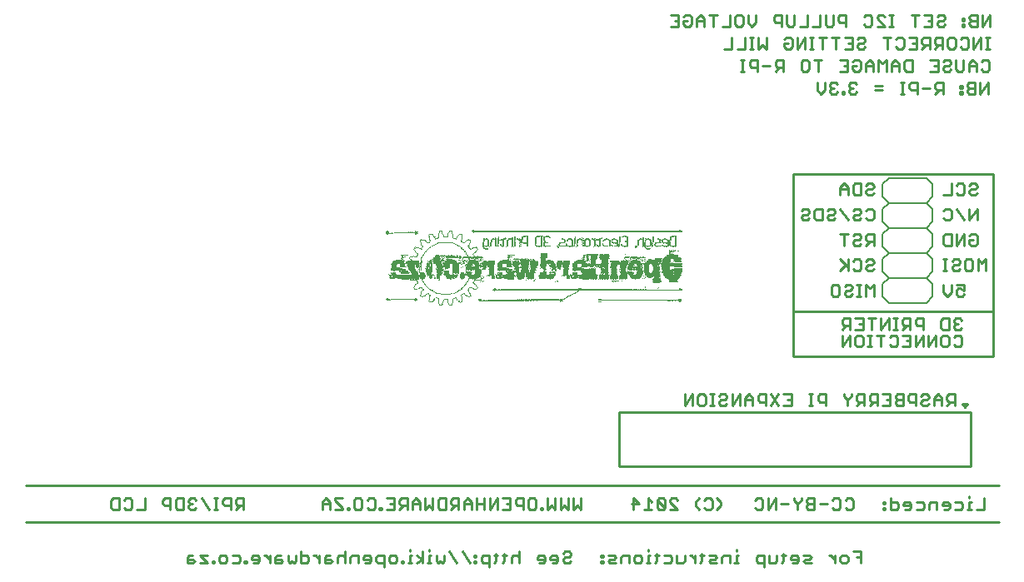
<source format=gbo>
G75*
G70*
%OFA0B0*%
%FSLAX24Y24*%
%IPPOS*%
%LPD*%
%AMOC8*
5,1,8,0,0,1.08239X$1,22.5*
%
%ADD10C,0.0100*%
%ADD11R,0.0026X0.0026*%
%ADD12R,0.0052X0.0026*%
%ADD13R,0.0052X0.0026*%
%ADD14R,0.0104X0.0026*%
%ADD15R,0.0078X0.0026*%
%ADD16R,0.1820X0.0026*%
%ADD17R,0.3328X0.0026*%
%ADD18R,0.2938X0.0026*%
%ADD19R,0.0156X0.0026*%
%ADD20R,0.0104X0.0026*%
%ADD21R,0.0130X0.0026*%
%ADD22R,0.1144X0.0026*%
%ADD23R,0.1040X0.0026*%
%ADD24R,0.0442X0.0026*%
%ADD25R,0.0416X0.0026*%
%ADD26R,0.7540X0.0026*%
%ADD27R,0.5278X0.0026*%
%ADD28R,0.0286X0.0026*%
%ADD29R,0.0338X0.0026*%
%ADD30R,0.0312X0.0026*%
%ADD31R,0.0182X0.0026*%
%ADD32R,0.0364X0.0026*%
%ADD33R,0.0234X0.0026*%
%ADD34R,0.0260X0.0026*%
%ADD35R,0.0390X0.0026*%
%ADD36R,0.0442X0.0026*%
%ADD37R,0.0364X0.0026*%
%ADD38R,0.0208X0.0026*%
%ADD39R,0.0806X0.0026*%
%ADD40R,0.0494X0.0026*%
%ADD41R,0.0312X0.0026*%
%ADD42R,0.0754X0.0026*%
%ADD43R,0.0182X0.0026*%
%ADD44R,0.0858X0.0026*%
%ADD45R,0.0572X0.0026*%
%ADD46R,0.0624X0.0026*%
%ADD47R,0.0910X0.0026*%
%ADD48R,0.0598X0.0026*%
%ADD49R,0.0468X0.0026*%
%ADD50R,0.0650X0.0026*%
%ADD51R,0.0520X0.0026*%
%ADD52R,0.0676X0.0026*%
%ADD53R,0.0780X0.0026*%
%ADD54R,0.0546X0.0026*%
%ADD55R,0.1014X0.0026*%
%ADD56R,0.0702X0.0026*%
%ADD57R,0.0234X0.0026*%
%ADD58R,0.0728X0.0026*%
%ADD59R,0.0936X0.0026*%
%ADD60R,0.0572X0.0026*%
%ADD61R,0.0832X0.0026*%
%ADD62R,0.1066X0.0026*%
%ADD63R,0.0702X0.0026*%
%ADD64R,0.0494X0.0026*%
%ADD65R,0.0962X0.0026*%
%ADD66R,0.8372X0.0026*%
%ADD67C,0.0060*%
D10*
X001909Y005749D02*
X040834Y005749D01*
X040251Y006249D02*
X039944Y006249D01*
X039735Y006249D02*
X039582Y006249D01*
X039659Y006249D02*
X039659Y006556D01*
X039735Y006556D01*
X039659Y006709D02*
X039659Y006786D01*
X039392Y006479D02*
X039392Y006326D01*
X039315Y006249D01*
X039085Y006249D01*
X038876Y006326D02*
X038876Y006479D01*
X038799Y006556D01*
X038646Y006556D01*
X038569Y006479D01*
X038569Y006403D01*
X038876Y006403D01*
X038876Y006326D02*
X038799Y006249D01*
X038646Y006249D01*
X038360Y006249D02*
X038360Y006556D01*
X038130Y006556D01*
X038054Y006479D01*
X038054Y006249D01*
X037845Y006326D02*
X037845Y006479D01*
X037768Y006556D01*
X037538Y006556D01*
X037329Y006479D02*
X037329Y006326D01*
X037252Y006249D01*
X037099Y006249D01*
X037022Y006403D02*
X037329Y006403D01*
X037329Y006479D02*
X037252Y006556D01*
X037099Y006556D01*
X037022Y006479D01*
X037022Y006403D01*
X036814Y006479D02*
X036737Y006556D01*
X036507Y006556D01*
X036507Y006709D02*
X036507Y006249D01*
X036737Y006249D01*
X036814Y006326D01*
X036814Y006479D01*
X036298Y006479D02*
X036298Y006556D01*
X036221Y006556D01*
X036221Y006479D01*
X036298Y006479D01*
X036298Y006326D02*
X036298Y006249D01*
X036221Y006249D01*
X036221Y006326D01*
X036298Y006326D01*
X037538Y006249D02*
X037768Y006249D01*
X037845Y006326D01*
X039085Y006556D02*
X039315Y006556D01*
X039392Y006479D01*
X040251Y006709D02*
X040251Y006249D01*
X040834Y007212D02*
X001909Y007212D01*
X005330Y006633D02*
X005330Y006326D01*
X005407Y006249D01*
X005637Y006249D01*
X005637Y006709D01*
X005407Y006709D01*
X005330Y006633D01*
X005846Y006633D02*
X005922Y006709D01*
X006076Y006709D01*
X006152Y006633D01*
X006152Y006326D01*
X006076Y006249D01*
X005922Y006249D01*
X005846Y006326D01*
X006361Y006249D02*
X006668Y006249D01*
X006668Y006709D01*
X007392Y006633D02*
X007392Y006479D01*
X007469Y006403D01*
X007699Y006403D01*
X007699Y006249D02*
X007699Y006709D01*
X007469Y006709D01*
X007392Y006633D01*
X007908Y006633D02*
X007908Y006326D01*
X007985Y006249D01*
X008215Y006249D01*
X008215Y006709D01*
X007985Y006709D01*
X007908Y006633D01*
X008424Y006633D02*
X008424Y006556D01*
X008500Y006479D01*
X008424Y006403D01*
X008424Y006326D01*
X008500Y006249D01*
X008654Y006249D01*
X008731Y006326D01*
X008577Y006479D02*
X008500Y006479D01*
X008424Y006633D02*
X008500Y006709D01*
X008654Y006709D01*
X008731Y006633D01*
X008939Y006709D02*
X009246Y006249D01*
X009437Y006249D02*
X009590Y006249D01*
X009513Y006249D02*
X009513Y006709D01*
X009437Y006709D02*
X009590Y006709D01*
X009799Y006633D02*
X009799Y006479D01*
X009875Y006403D01*
X010106Y006403D01*
X010106Y006249D02*
X010106Y006709D01*
X009875Y006709D01*
X009799Y006633D01*
X010314Y006633D02*
X010314Y006479D01*
X010391Y006403D01*
X010621Y006403D01*
X010468Y006403D02*
X010314Y006249D01*
X010621Y006249D02*
X010621Y006709D01*
X010391Y006709D01*
X010314Y006633D01*
X010402Y004419D02*
X010479Y004342D01*
X010479Y004188D01*
X010402Y004112D01*
X010172Y004112D01*
X009963Y004188D02*
X009963Y004342D01*
X009887Y004419D01*
X009733Y004419D01*
X009657Y004342D01*
X009657Y004188D01*
X009733Y004112D01*
X009887Y004112D01*
X009963Y004188D01*
X010172Y004419D02*
X010402Y004419D01*
X010660Y004188D02*
X010660Y004112D01*
X010737Y004112D01*
X010737Y004188D01*
X010660Y004188D01*
X010946Y004265D02*
X011253Y004265D01*
X011253Y004188D02*
X011253Y004342D01*
X011176Y004419D01*
X011022Y004419D01*
X010946Y004342D01*
X010946Y004265D01*
X011022Y004112D02*
X011176Y004112D01*
X011253Y004188D01*
X011452Y004419D02*
X011529Y004419D01*
X011682Y004265D01*
X011682Y004112D02*
X011682Y004419D01*
X011891Y004342D02*
X011891Y004112D01*
X012121Y004112D01*
X012198Y004188D01*
X012121Y004265D01*
X011891Y004265D01*
X011891Y004342D02*
X011968Y004419D01*
X012121Y004419D01*
X012407Y004419D02*
X012407Y004188D01*
X012483Y004112D01*
X012560Y004188D01*
X012637Y004112D01*
X012714Y004188D01*
X012714Y004419D01*
X012922Y004419D02*
X013152Y004419D01*
X013229Y004342D01*
X013229Y004188D01*
X013152Y004112D01*
X012922Y004112D01*
X012922Y004572D01*
X013429Y004419D02*
X013505Y004419D01*
X013659Y004265D01*
X013659Y004112D02*
X013659Y004419D01*
X013868Y004342D02*
X013868Y004112D01*
X014098Y004112D01*
X014175Y004188D01*
X014098Y004265D01*
X013868Y004265D01*
X013868Y004342D02*
X013944Y004419D01*
X014098Y004419D01*
X014383Y004342D02*
X014383Y004112D01*
X014383Y004342D02*
X014460Y004419D01*
X014613Y004419D01*
X014690Y004342D01*
X014899Y004342D02*
X014899Y004112D01*
X014690Y004112D02*
X014690Y004572D01*
X014899Y004342D02*
X014976Y004419D01*
X015206Y004419D01*
X015206Y004112D01*
X015414Y004265D02*
X015721Y004265D01*
X015721Y004188D02*
X015721Y004342D01*
X015645Y004419D01*
X015491Y004419D01*
X015414Y004342D01*
X015414Y004265D01*
X015491Y004112D02*
X015645Y004112D01*
X015721Y004188D01*
X015930Y004188D02*
X016007Y004112D01*
X016237Y004112D01*
X016237Y003958D02*
X016237Y004419D01*
X016007Y004419D01*
X015930Y004342D01*
X015930Y004188D01*
X016446Y004188D02*
X016446Y004342D01*
X016523Y004419D01*
X016676Y004419D01*
X016753Y004342D01*
X016753Y004188D01*
X016676Y004112D01*
X016523Y004112D01*
X016446Y004188D01*
X016934Y004188D02*
X016934Y004112D01*
X017011Y004112D01*
X017011Y004188D01*
X016934Y004188D01*
X017201Y004112D02*
X017354Y004112D01*
X017278Y004112D02*
X017278Y004419D01*
X017354Y004419D01*
X017278Y004572D02*
X017278Y004649D01*
X017554Y004419D02*
X017784Y004265D01*
X017554Y004112D01*
X017784Y004112D02*
X017784Y004572D01*
X018051Y004572D02*
X018051Y004649D01*
X018051Y004419D02*
X018051Y004112D01*
X018128Y004112D02*
X017974Y004112D01*
X018051Y004419D02*
X018128Y004419D01*
X018336Y004419D02*
X018336Y004188D01*
X018413Y004112D01*
X018490Y004188D01*
X018567Y004112D01*
X018643Y004188D01*
X018643Y004419D01*
X018852Y004572D02*
X019159Y004112D01*
X019368Y004572D02*
X019675Y004112D01*
X019856Y004112D02*
X019932Y004112D01*
X019932Y004188D01*
X019856Y004188D01*
X019856Y004112D01*
X019856Y004342D02*
X019932Y004342D01*
X019932Y004419D01*
X019856Y004419D01*
X019856Y004342D01*
X020141Y004342D02*
X020141Y004188D01*
X020218Y004112D01*
X020448Y004112D01*
X020448Y003958D02*
X020448Y004419D01*
X020218Y004419D01*
X020141Y004342D01*
X020638Y004419D02*
X020792Y004419D01*
X020715Y004495D02*
X020715Y004188D01*
X020638Y004112D01*
X020982Y004112D02*
X021059Y004188D01*
X021059Y004495D01*
X021136Y004419D02*
X020982Y004419D01*
X021344Y004342D02*
X021344Y004112D01*
X021344Y004342D02*
X021421Y004419D01*
X021575Y004419D01*
X021651Y004342D01*
X021651Y004572D02*
X021651Y004112D01*
X022376Y004265D02*
X022683Y004265D01*
X022683Y004188D02*
X022683Y004342D01*
X022606Y004419D01*
X022452Y004419D01*
X022376Y004342D01*
X022376Y004265D01*
X022452Y004112D02*
X022606Y004112D01*
X022683Y004188D01*
X022891Y004265D02*
X022891Y004342D01*
X022968Y004419D01*
X023121Y004419D01*
X023198Y004342D01*
X023198Y004188D01*
X023121Y004112D01*
X022968Y004112D01*
X022891Y004265D02*
X023198Y004265D01*
X023407Y004265D02*
X023484Y004342D01*
X023637Y004342D01*
X023714Y004419D01*
X023714Y004495D01*
X023637Y004572D01*
X023484Y004572D01*
X023407Y004495D01*
X023407Y004265D02*
X023407Y004188D01*
X023484Y004112D01*
X023637Y004112D01*
X023714Y004188D01*
X024926Y004188D02*
X024926Y004112D01*
X025003Y004112D01*
X025003Y004188D01*
X024926Y004188D01*
X024926Y004342D02*
X025003Y004342D01*
X025003Y004419D01*
X024926Y004419D01*
X024926Y004342D01*
X025212Y004419D02*
X025442Y004419D01*
X025519Y004342D01*
X025442Y004265D01*
X025288Y004265D01*
X025212Y004188D01*
X025288Y004112D01*
X025519Y004112D01*
X025727Y004112D02*
X025727Y004342D01*
X025804Y004419D01*
X026034Y004419D01*
X026034Y004112D01*
X026243Y004188D02*
X026243Y004342D01*
X026320Y004419D01*
X026473Y004419D01*
X026550Y004342D01*
X026550Y004188D01*
X026473Y004112D01*
X026320Y004112D01*
X026243Y004188D01*
X026740Y004112D02*
X026894Y004112D01*
X026817Y004112D02*
X026817Y004419D01*
X026894Y004419D01*
X026817Y004572D02*
X026817Y004649D01*
X027084Y004419D02*
X027237Y004419D01*
X027161Y004495D02*
X027161Y004188D01*
X027084Y004112D01*
X027446Y004112D02*
X027676Y004112D01*
X027753Y004188D01*
X027753Y004342D01*
X027676Y004419D01*
X027446Y004419D01*
X027962Y004419D02*
X027962Y004112D01*
X028192Y004112D01*
X028269Y004188D01*
X028269Y004419D01*
X028468Y004419D02*
X028545Y004419D01*
X028698Y004265D01*
X028698Y004112D02*
X028698Y004419D01*
X028889Y004419D02*
X029042Y004419D01*
X028965Y004495D02*
X028965Y004188D01*
X028889Y004112D01*
X029251Y004188D02*
X029328Y004265D01*
X029481Y004265D01*
X029558Y004342D01*
X029481Y004419D01*
X029251Y004419D01*
X029251Y004188D02*
X029328Y004112D01*
X029558Y004112D01*
X029766Y004112D02*
X029766Y004342D01*
X029843Y004419D01*
X030073Y004419D01*
X030073Y004112D01*
X030264Y004112D02*
X030417Y004112D01*
X030340Y004112D02*
X030340Y004419D01*
X030417Y004419D01*
X030340Y004572D02*
X030340Y004649D01*
X031142Y004342D02*
X031142Y004188D01*
X031218Y004112D01*
X031448Y004112D01*
X031448Y003958D02*
X031448Y004419D01*
X031218Y004419D01*
X031142Y004342D01*
X031657Y004419D02*
X031657Y004112D01*
X031887Y004112D01*
X031964Y004188D01*
X031964Y004419D01*
X032154Y004419D02*
X032308Y004419D01*
X032231Y004495D02*
X032231Y004188D01*
X032154Y004112D01*
X032517Y004265D02*
X032517Y004342D01*
X032593Y004419D01*
X032747Y004419D01*
X032823Y004342D01*
X032823Y004188D01*
X032747Y004112D01*
X032593Y004112D01*
X032517Y004265D02*
X032823Y004265D01*
X033032Y004188D02*
X033109Y004265D01*
X033262Y004265D01*
X033339Y004342D01*
X033262Y004419D01*
X033032Y004419D01*
X033032Y004188D02*
X033109Y004112D01*
X033339Y004112D01*
X034054Y004419D02*
X034131Y004419D01*
X034284Y004265D01*
X034284Y004112D02*
X034284Y004419D01*
X034493Y004342D02*
X034570Y004419D01*
X034723Y004419D01*
X034800Y004342D01*
X034800Y004188D01*
X034723Y004112D01*
X034570Y004112D01*
X034493Y004188D01*
X034493Y004342D01*
X035009Y004572D02*
X035316Y004572D01*
X035316Y004112D01*
X035316Y004342D02*
X035162Y004342D01*
X034932Y006249D02*
X034779Y006249D01*
X034702Y006326D01*
X034493Y006326D02*
X034493Y006633D01*
X034416Y006709D01*
X034263Y006709D01*
X034186Y006633D01*
X033978Y006479D02*
X033671Y006479D01*
X033462Y006479D02*
X033232Y006479D01*
X033155Y006403D01*
X033155Y006326D01*
X033232Y006249D01*
X033462Y006249D01*
X033462Y006709D01*
X033232Y006709D01*
X033155Y006633D01*
X033155Y006556D01*
X033232Y006479D01*
X032946Y006633D02*
X032793Y006479D01*
X032793Y006249D01*
X032793Y006479D02*
X032639Y006633D01*
X032639Y006709D01*
X032946Y006709D02*
X032946Y006633D01*
X032431Y006479D02*
X032124Y006479D01*
X031915Y006249D02*
X031915Y006709D01*
X031608Y006249D01*
X031608Y006709D01*
X031399Y006633D02*
X031399Y006326D01*
X031323Y006249D01*
X031169Y006249D01*
X031092Y006326D01*
X031092Y006633D02*
X031169Y006709D01*
X031323Y006709D01*
X031399Y006633D01*
X029715Y006556D02*
X029715Y006403D01*
X029562Y006249D01*
X029371Y006326D02*
X029295Y006249D01*
X029141Y006249D01*
X029064Y006326D01*
X028856Y006249D02*
X028702Y006403D01*
X028702Y006556D01*
X028856Y006709D01*
X029064Y006633D02*
X029141Y006709D01*
X029295Y006709D01*
X029371Y006633D01*
X029371Y006326D01*
X029715Y006556D02*
X029562Y006709D01*
X027996Y006633D02*
X027919Y006709D01*
X027766Y006709D01*
X027689Y006633D01*
X027689Y006556D01*
X027996Y006249D01*
X027689Y006249D01*
X027481Y006326D02*
X027174Y006633D01*
X027174Y006326D01*
X027250Y006249D01*
X027404Y006249D01*
X027481Y006326D01*
X027481Y006633D01*
X027404Y006709D01*
X027250Y006709D01*
X027174Y006633D01*
X026965Y006556D02*
X026811Y006709D01*
X026811Y006249D01*
X026658Y006249D02*
X026965Y006249D01*
X026449Y006479D02*
X026142Y006479D01*
X026219Y006249D02*
X026219Y006709D01*
X026449Y006479D01*
X025646Y007999D02*
X025646Y010137D01*
X025871Y010137D01*
X026434Y010137D01*
X039709Y010137D01*
X039709Y007999D01*
X025646Y007999D01*
X024129Y006709D02*
X024129Y006249D01*
X023976Y006403D01*
X023822Y006249D01*
X023822Y006709D01*
X023614Y006709D02*
X023614Y006249D01*
X023460Y006403D01*
X023307Y006249D01*
X023307Y006709D01*
X023098Y006709D02*
X023098Y006249D01*
X022945Y006403D01*
X022791Y006249D01*
X022791Y006709D01*
X022582Y006326D02*
X022506Y006326D01*
X022506Y006249D01*
X022582Y006249D01*
X022582Y006326D01*
X022325Y006326D02*
X022325Y006633D01*
X022248Y006709D01*
X022094Y006709D01*
X022018Y006633D01*
X022018Y006326D01*
X022094Y006249D01*
X022248Y006249D01*
X022325Y006326D01*
X021809Y006403D02*
X021579Y006403D01*
X021502Y006479D01*
X021502Y006633D01*
X021579Y006709D01*
X021809Y006709D01*
X021809Y006249D01*
X021293Y006249D02*
X021293Y006709D01*
X020986Y006709D01*
X020778Y006709D02*
X020778Y006249D01*
X020986Y006249D02*
X021293Y006249D01*
X021293Y006479D02*
X021140Y006479D01*
X020778Y006709D02*
X020471Y006249D01*
X020471Y006709D01*
X020262Y006709D02*
X020262Y006249D01*
X020262Y006479D02*
X019955Y006479D01*
X019746Y006479D02*
X019439Y006479D01*
X019439Y006556D02*
X019439Y006249D01*
X019231Y006249D02*
X019231Y006709D01*
X019001Y006709D01*
X018924Y006633D01*
X018924Y006479D01*
X019001Y006403D01*
X019231Y006403D01*
X019077Y006403D02*
X018924Y006249D01*
X018715Y006249D02*
X018485Y006249D01*
X018408Y006326D01*
X018408Y006633D01*
X018485Y006709D01*
X018715Y006709D01*
X018715Y006249D01*
X019439Y006556D02*
X019593Y006709D01*
X019746Y006556D01*
X019746Y006249D01*
X019955Y006249D02*
X019955Y006709D01*
X018199Y006709D02*
X018199Y006249D01*
X018046Y006403D01*
X017893Y006249D01*
X017893Y006709D01*
X017684Y006556D02*
X017684Y006249D01*
X017684Y006479D02*
X017377Y006479D01*
X017377Y006556D02*
X017377Y006249D01*
X017168Y006249D02*
X017168Y006709D01*
X016938Y006709D01*
X016861Y006633D01*
X016861Y006479D01*
X016938Y006403D01*
X017168Y006403D01*
X017015Y006403D02*
X016861Y006249D01*
X016653Y006249D02*
X016346Y006249D01*
X016137Y006249D02*
X016060Y006249D01*
X016060Y006326D01*
X016137Y006326D01*
X016137Y006249D01*
X015879Y006326D02*
X015879Y006633D01*
X015802Y006709D01*
X015649Y006709D01*
X015572Y006633D01*
X015363Y006633D02*
X015363Y006326D01*
X015287Y006249D01*
X015133Y006249D01*
X015056Y006326D01*
X015056Y006633D01*
X015133Y006709D01*
X015287Y006709D01*
X015363Y006633D01*
X015572Y006326D02*
X015649Y006249D01*
X015802Y006249D01*
X015879Y006326D01*
X016346Y006709D02*
X016653Y006709D01*
X016653Y006249D01*
X016653Y006479D02*
X016499Y006479D01*
X017377Y006556D02*
X017530Y006709D01*
X017684Y006556D01*
X014848Y006326D02*
X014771Y006326D01*
X014771Y006249D01*
X014848Y006249D01*
X014848Y006326D01*
X014590Y006326D02*
X014283Y006633D01*
X014283Y006709D01*
X014590Y006709D01*
X014590Y006326D02*
X014590Y006249D01*
X014283Y006249D01*
X014074Y006249D02*
X014074Y006556D01*
X013921Y006709D01*
X013767Y006556D01*
X013767Y006249D01*
X013767Y006479D02*
X014074Y006479D01*
X009448Y004188D02*
X009371Y004188D01*
X009371Y004112D01*
X009448Y004112D01*
X009448Y004188D01*
X009190Y004112D02*
X008883Y004112D01*
X008674Y004188D02*
X008598Y004265D01*
X008367Y004265D01*
X008367Y004342D02*
X008367Y004112D01*
X008598Y004112D01*
X008674Y004188D01*
X008598Y004419D02*
X008444Y004419D01*
X008367Y004342D01*
X008883Y004419D02*
X009190Y004112D01*
X009190Y004419D02*
X008883Y004419D01*
X025871Y010137D02*
X026096Y010137D01*
X026209Y010137D02*
X026434Y010137D01*
X028280Y010412D02*
X028280Y010872D01*
X028587Y010872D02*
X028280Y010412D01*
X028587Y010412D02*
X028587Y010872D01*
X028796Y010795D02*
X028796Y010488D01*
X028872Y010412D01*
X029026Y010412D01*
X029102Y010488D01*
X029102Y010795D01*
X029026Y010872D01*
X028872Y010872D01*
X028796Y010795D01*
X029293Y010872D02*
X029446Y010872D01*
X029369Y010872D02*
X029369Y010412D01*
X029293Y010412D02*
X029446Y010412D01*
X029655Y010488D02*
X029732Y010412D01*
X029885Y010412D01*
X029962Y010488D01*
X029885Y010642D02*
X029732Y010642D01*
X029655Y010565D01*
X029655Y010488D01*
X029885Y010642D02*
X029962Y010719D01*
X029962Y010795D01*
X029885Y010872D01*
X029732Y010872D01*
X029655Y010795D01*
X030171Y010872D02*
X030171Y010412D01*
X030478Y010872D01*
X030478Y010412D01*
X030686Y010412D02*
X030686Y010719D01*
X030840Y010872D01*
X030993Y010719D01*
X030993Y010412D01*
X030993Y010642D02*
X030686Y010642D01*
X031202Y010642D02*
X031202Y010795D01*
X031279Y010872D01*
X031509Y010872D01*
X031509Y010412D01*
X031509Y010565D02*
X031279Y010565D01*
X031202Y010642D01*
X031717Y010872D02*
X032024Y010412D01*
X032233Y010412D02*
X032540Y010412D01*
X032540Y010872D01*
X032233Y010872D01*
X032024Y010872D02*
X031717Y010412D01*
X032387Y010642D02*
X032540Y010642D01*
X033246Y010872D02*
X033399Y010872D01*
X033323Y010872D02*
X033323Y010412D01*
X033399Y010412D02*
X033246Y010412D01*
X033608Y010642D02*
X033608Y010795D01*
X033685Y010872D01*
X033915Y010872D01*
X033915Y010412D01*
X033915Y010565D02*
X033685Y010565D01*
X033608Y010642D01*
X034639Y010795D02*
X034639Y010872D01*
X034639Y010795D02*
X034793Y010642D01*
X034793Y010412D01*
X034793Y010642D02*
X034946Y010795D01*
X034946Y010872D01*
X035155Y010795D02*
X035155Y010642D01*
X035232Y010565D01*
X035462Y010565D01*
X035462Y010412D02*
X035462Y010872D01*
X035232Y010872D01*
X035155Y010795D01*
X035309Y010565D02*
X035155Y010412D01*
X035671Y010412D02*
X035824Y010565D01*
X035747Y010565D02*
X035978Y010565D01*
X035978Y010412D02*
X035978Y010872D01*
X035747Y010872D01*
X035671Y010795D01*
X035671Y010642D01*
X035747Y010565D01*
X036186Y010412D02*
X036493Y010412D01*
X036493Y010872D01*
X036186Y010872D01*
X036340Y010642D02*
X036493Y010642D01*
X036702Y010719D02*
X036779Y010642D01*
X037009Y010642D01*
X037218Y010642D02*
X037294Y010565D01*
X037525Y010565D01*
X037525Y010412D02*
X037525Y010872D01*
X037294Y010872D01*
X037218Y010795D01*
X037218Y010642D01*
X037009Y010412D02*
X037009Y010872D01*
X036779Y010872D01*
X036702Y010795D01*
X036702Y010719D01*
X036779Y010642D02*
X036702Y010565D01*
X036702Y010488D01*
X036779Y010412D01*
X037009Y010412D01*
X037733Y010488D02*
X037810Y010412D01*
X037963Y010412D01*
X038040Y010488D01*
X037963Y010642D02*
X037810Y010642D01*
X037733Y010565D01*
X037733Y010488D01*
X037963Y010642D02*
X038040Y010719D01*
X038040Y010795D01*
X037963Y010872D01*
X037810Y010872D01*
X037733Y010795D01*
X038249Y010719D02*
X038249Y010412D01*
X038249Y010642D02*
X038556Y010642D01*
X038556Y010719D02*
X038556Y010412D01*
X038765Y010412D02*
X038918Y010565D01*
X038841Y010565D02*
X039071Y010565D01*
X039071Y010412D02*
X039071Y010872D01*
X038841Y010872D01*
X038765Y010795D01*
X038765Y010642D01*
X038841Y010565D01*
X038556Y010719D02*
X038402Y010872D01*
X038249Y010719D01*
X039371Y010474D02*
X039484Y010362D01*
X039596Y010474D01*
X039484Y010474D01*
X039371Y010474D01*
X040609Y012387D02*
X040609Y014187D01*
X032621Y014187D01*
X032621Y012387D01*
X033971Y012387D01*
X040609Y012387D01*
X039356Y012851D02*
X039356Y013158D01*
X039279Y013234D01*
X039125Y013234D01*
X039049Y013158D01*
X038840Y013158D02*
X038840Y012851D01*
X038763Y012774D01*
X038610Y012774D01*
X038533Y012851D01*
X038533Y013158D01*
X038610Y013234D01*
X038763Y013234D01*
X038840Y013158D01*
X038840Y013449D02*
X038610Y013449D01*
X038533Y013526D01*
X038533Y013833D01*
X038610Y013909D01*
X038840Y013909D01*
X038840Y013449D01*
X039049Y013526D02*
X039125Y013449D01*
X039279Y013449D01*
X039356Y013526D01*
X039202Y013679D02*
X039125Y013679D01*
X039049Y013603D01*
X039049Y013526D01*
X039125Y013679D02*
X039049Y013756D01*
X039049Y013833D01*
X039125Y013909D01*
X039279Y013909D01*
X039356Y013833D01*
X038324Y013234D02*
X038017Y012774D01*
X038017Y013234D01*
X037809Y013234D02*
X037502Y012774D01*
X037502Y013234D01*
X037293Y013234D02*
X037293Y012774D01*
X036986Y012774D01*
X036777Y012851D02*
X036701Y012774D01*
X036547Y012774D01*
X036471Y012851D01*
X036777Y012851D02*
X036777Y013158D01*
X036701Y013234D01*
X036547Y013234D01*
X036471Y013158D01*
X036262Y013234D02*
X035955Y013234D01*
X036108Y013234D02*
X036108Y012774D01*
X035746Y012774D02*
X035593Y012774D01*
X035669Y012774D02*
X035669Y013234D01*
X035593Y013234D02*
X035746Y013234D01*
X035765Y013449D02*
X035765Y013909D01*
X035918Y013909D02*
X035611Y013909D01*
X035402Y013909D02*
X035402Y013449D01*
X035096Y013449D01*
X034887Y013449D02*
X034887Y013909D01*
X034657Y013909D01*
X034580Y013833D01*
X034580Y013679D01*
X034657Y013603D01*
X034887Y013603D01*
X034733Y013603D02*
X034580Y013449D01*
X034580Y013234D02*
X034580Y012774D01*
X034887Y013234D01*
X034887Y012774D01*
X035096Y012851D02*
X035096Y013158D01*
X035172Y013234D01*
X035326Y013234D01*
X035402Y013158D01*
X035402Y012851D01*
X035326Y012774D01*
X035172Y012774D01*
X035096Y012851D01*
X035249Y013679D02*
X035402Y013679D01*
X035402Y013909D02*
X035096Y013909D01*
X035165Y014799D02*
X035318Y014799D01*
X035241Y014799D02*
X035241Y015259D01*
X035165Y015259D02*
X035318Y015259D01*
X035527Y015259D02*
X035527Y014799D01*
X035834Y014799D02*
X035834Y015259D01*
X035680Y015106D01*
X035527Y015259D01*
X035603Y015812D02*
X035757Y015812D01*
X035834Y015888D01*
X035757Y016042D02*
X035603Y016042D01*
X035527Y015965D01*
X035527Y015888D01*
X035603Y015812D01*
X035757Y016042D02*
X035834Y016119D01*
X035834Y016195D01*
X035757Y016272D01*
X035603Y016272D01*
X035527Y016195D01*
X035318Y016195D02*
X035318Y015888D01*
X035241Y015812D01*
X035088Y015812D01*
X035011Y015888D01*
X034802Y015812D02*
X034802Y016272D01*
X035011Y016195D02*
X035088Y016272D01*
X035241Y016272D01*
X035318Y016195D01*
X034802Y015965D02*
X034495Y016272D01*
X034726Y016042D02*
X034495Y015812D01*
X034382Y015259D02*
X034459Y015183D01*
X034459Y014876D01*
X034382Y014799D01*
X034228Y014799D01*
X034152Y014876D01*
X034152Y015183D01*
X034228Y015259D01*
X034382Y015259D01*
X034667Y015183D02*
X034744Y015259D01*
X034898Y015259D01*
X034974Y015183D01*
X034974Y015106D01*
X034898Y015029D01*
X034744Y015029D01*
X034667Y014953D01*
X034667Y014876D01*
X034744Y014799D01*
X034898Y014799D01*
X034974Y014876D01*
X036127Y013909D02*
X036127Y013449D01*
X036434Y013909D01*
X036434Y013449D01*
X036624Y013449D02*
X036777Y013449D01*
X036701Y013449D02*
X036701Y013909D01*
X036777Y013909D02*
X036624Y013909D01*
X036986Y013833D02*
X036986Y013679D01*
X037063Y013603D01*
X037293Y013603D01*
X037140Y013603D02*
X036986Y013449D01*
X036986Y013234D02*
X037293Y013234D01*
X037293Y013449D02*
X037293Y013909D01*
X037063Y013909D01*
X036986Y013833D01*
X037502Y013833D02*
X037502Y013679D01*
X037579Y013603D01*
X037809Y013603D01*
X037809Y013449D02*
X037809Y013909D01*
X037579Y013909D01*
X037502Y013833D01*
X037809Y013234D02*
X037809Y012774D01*
X037293Y013004D02*
X037140Y013004D01*
X038324Y012774D02*
X038324Y013234D01*
X039049Y012851D02*
X039125Y012774D01*
X039279Y012774D01*
X039356Y012851D01*
X040609Y014187D02*
X040609Y019699D01*
X032621Y019699D01*
X032621Y014187D01*
X034649Y016824D02*
X034649Y017284D01*
X034802Y017284D02*
X034495Y017284D01*
X035011Y017208D02*
X035088Y017284D01*
X035241Y017284D01*
X035318Y017208D01*
X035318Y017131D01*
X035241Y017054D01*
X035088Y017054D01*
X035011Y016978D01*
X035011Y016901D01*
X035088Y016824D01*
X035241Y016824D01*
X035318Y016901D01*
X035527Y016824D02*
X035680Y016978D01*
X035603Y016978D02*
X035834Y016978D01*
X035834Y016824D02*
X035834Y017284D01*
X035603Y017284D01*
X035527Y017208D01*
X035527Y017054D01*
X035603Y016978D01*
X035603Y017837D02*
X035527Y017913D01*
X035603Y017837D02*
X035757Y017837D01*
X035834Y017913D01*
X035834Y018220D01*
X035757Y018297D01*
X035603Y018297D01*
X035527Y018220D01*
X035318Y018220D02*
X035318Y018144D01*
X035241Y018067D01*
X035088Y018067D01*
X035011Y017990D01*
X035011Y017913D01*
X035088Y017837D01*
X035241Y017837D01*
X035318Y017913D01*
X035318Y018220D02*
X035241Y018297D01*
X035088Y018297D01*
X035011Y018220D01*
X034802Y017837D02*
X034495Y018297D01*
X034287Y018220D02*
X034287Y018144D01*
X034210Y018067D01*
X034057Y018067D01*
X033980Y017990D01*
X033980Y017913D01*
X034057Y017837D01*
X034210Y017837D01*
X034287Y017913D01*
X034287Y018220D02*
X034210Y018297D01*
X034057Y018297D01*
X033980Y018220D01*
X033771Y018297D02*
X033541Y018297D01*
X033464Y018220D01*
X033464Y017913D01*
X033541Y017837D01*
X033771Y017837D01*
X033771Y018297D01*
X033255Y018220D02*
X033255Y018144D01*
X033179Y018067D01*
X033025Y018067D01*
X032949Y017990D01*
X032949Y017913D01*
X033025Y017837D01*
X033179Y017837D01*
X033255Y017913D01*
X033255Y018220D02*
X033179Y018297D01*
X033025Y018297D01*
X032949Y018220D01*
X034495Y018849D02*
X034495Y019156D01*
X034649Y019309D01*
X034802Y019156D01*
X034802Y018849D01*
X035011Y018926D02*
X035088Y018849D01*
X035318Y018849D01*
X035318Y019309D01*
X035088Y019309D01*
X035011Y019233D01*
X035011Y018926D01*
X034802Y019079D02*
X034495Y019079D01*
X035527Y019003D02*
X035527Y018926D01*
X035603Y018849D01*
X035757Y018849D01*
X035834Y018926D01*
X035757Y019079D02*
X035603Y019079D01*
X035527Y019003D01*
X035527Y019233D02*
X035603Y019309D01*
X035757Y019309D01*
X035834Y019233D01*
X035834Y019156D01*
X035757Y019079D01*
X038630Y018849D02*
X038937Y018849D01*
X038937Y019309D01*
X039146Y019233D02*
X039222Y019309D01*
X039376Y019309D01*
X039452Y019233D01*
X039452Y018926D01*
X039376Y018849D01*
X039222Y018849D01*
X039146Y018926D01*
X039661Y018926D02*
X039738Y018849D01*
X039891Y018849D01*
X039968Y018926D01*
X039891Y019079D02*
X039738Y019079D01*
X039661Y019003D01*
X039661Y018926D01*
X039891Y019079D02*
X039968Y019156D01*
X039968Y019233D01*
X039891Y019309D01*
X039738Y019309D01*
X039661Y019233D01*
X039661Y018297D02*
X039661Y017837D01*
X039968Y018297D01*
X039968Y017837D01*
X039452Y017837D02*
X039146Y018297D01*
X038937Y018220D02*
X038937Y017913D01*
X038860Y017837D01*
X038707Y017837D01*
X038630Y017913D01*
X038630Y018220D02*
X038707Y018297D01*
X038860Y018297D01*
X038937Y018220D01*
X038937Y017284D02*
X038707Y017284D01*
X038630Y017208D01*
X038630Y016901D01*
X038707Y016824D01*
X038937Y016824D01*
X038937Y017284D01*
X039146Y017284D02*
X039146Y016824D01*
X039452Y017284D01*
X039452Y016824D01*
X039661Y016901D02*
X039661Y017054D01*
X039815Y017054D01*
X039968Y016901D02*
X039891Y016824D01*
X039738Y016824D01*
X039661Y016901D01*
X039661Y017208D02*
X039738Y017284D01*
X039891Y017284D01*
X039968Y017208D01*
X039968Y016901D01*
X040005Y016272D02*
X040005Y015812D01*
X039796Y015888D02*
X039719Y015812D01*
X039566Y015812D01*
X039489Y015888D01*
X039489Y016195D01*
X039566Y016272D01*
X039719Y016272D01*
X039796Y016195D01*
X039796Y015888D01*
X040158Y016119D02*
X040005Y016272D01*
X040158Y016119D02*
X040312Y016272D01*
X040312Y015812D01*
X039452Y015259D02*
X039452Y015029D01*
X039299Y015106D01*
X039222Y015106D01*
X039146Y015029D01*
X039146Y014876D01*
X039222Y014799D01*
X039376Y014799D01*
X039452Y014876D01*
X038937Y014953D02*
X038783Y014799D01*
X038630Y014953D01*
X038630Y015259D01*
X038937Y015259D02*
X038937Y014953D01*
X039146Y015259D02*
X039452Y015259D01*
X039204Y015812D02*
X039281Y015888D01*
X039204Y015812D02*
X039050Y015812D01*
X038974Y015888D01*
X038974Y015965D01*
X039050Y016042D01*
X039204Y016042D01*
X039281Y016119D01*
X039281Y016195D01*
X039204Y016272D01*
X039050Y016272D01*
X038974Y016195D01*
X038765Y016272D02*
X038611Y016272D01*
X038688Y016272D02*
X038688Y015812D01*
X038765Y015812D02*
X038611Y015812D01*
X038601Y022899D02*
X038601Y023359D01*
X038371Y023359D01*
X038294Y023283D01*
X038294Y023129D01*
X038371Y023053D01*
X038601Y023053D01*
X038448Y023053D02*
X038294Y022899D01*
X038085Y023129D02*
X037778Y023129D01*
X037570Y023053D02*
X037340Y023053D01*
X037263Y023129D01*
X037263Y023283D01*
X037340Y023359D01*
X037570Y023359D01*
X037570Y022899D01*
X037054Y022899D02*
X036901Y022899D01*
X036977Y022899D02*
X036977Y023359D01*
X036901Y023359D02*
X037054Y023359D01*
X037138Y023799D02*
X037061Y023876D01*
X037061Y024183D01*
X037138Y024259D01*
X037368Y024259D01*
X037368Y023799D01*
X037138Y023799D01*
X036853Y023799D02*
X036853Y024106D01*
X036699Y024259D01*
X036546Y024106D01*
X036546Y023799D01*
X036337Y023799D02*
X036337Y024259D01*
X036184Y024106D01*
X036030Y024259D01*
X036030Y023799D01*
X035821Y023799D02*
X035821Y024106D01*
X035668Y024259D01*
X035514Y024106D01*
X035514Y023799D01*
X035306Y023876D02*
X035229Y023799D01*
X035076Y023799D01*
X034999Y023876D01*
X034999Y024029D01*
X035152Y024029D01*
X035306Y024183D02*
X035306Y023876D01*
X035514Y024029D02*
X035821Y024029D01*
X035306Y024183D02*
X035229Y024259D01*
X035076Y024259D01*
X034999Y024183D01*
X034790Y024259D02*
X034790Y023799D01*
X034483Y023799D01*
X034637Y024029D02*
X034790Y024029D01*
X034790Y024259D02*
X034483Y024259D01*
X034305Y024699D02*
X034305Y025159D01*
X034152Y025159D02*
X034459Y025159D01*
X034668Y025159D02*
X034974Y025159D01*
X034974Y024699D01*
X034668Y024699D01*
X034821Y024929D02*
X034974Y024929D01*
X035183Y024853D02*
X035183Y024776D01*
X035260Y024699D01*
X035413Y024699D01*
X035490Y024776D01*
X035413Y024929D02*
X035260Y024929D01*
X035183Y024853D01*
X035183Y025083D02*
X035260Y025159D01*
X035413Y025159D01*
X035490Y025083D01*
X035490Y025006D01*
X035413Y024929D01*
X035529Y025599D02*
X035452Y025676D01*
X035529Y025599D02*
X035682Y025599D01*
X035759Y025676D01*
X035759Y025983D01*
X035682Y026059D01*
X035529Y026059D01*
X035452Y025983D01*
X035968Y025983D02*
X035968Y025906D01*
X036275Y025599D01*
X035968Y025599D01*
X036465Y025599D02*
X036618Y025599D01*
X036542Y025599D02*
X036542Y026059D01*
X036618Y026059D02*
X036465Y026059D01*
X036275Y025983D02*
X036198Y026059D01*
X036044Y026059D01*
X035968Y025983D01*
X034728Y026059D02*
X034728Y025599D01*
X034728Y025753D02*
X034497Y025753D01*
X034421Y025829D01*
X034421Y025983D01*
X034497Y026059D01*
X034728Y026059D01*
X034212Y026059D02*
X034212Y025676D01*
X034135Y025599D01*
X033982Y025599D01*
X033905Y025676D01*
X033905Y026059D01*
X033696Y026059D02*
X033696Y025599D01*
X033389Y025599D01*
X033181Y025599D02*
X032874Y025599D01*
X032665Y025676D02*
X032588Y025599D01*
X032435Y025599D01*
X032358Y025676D01*
X032358Y026059D01*
X032149Y026059D02*
X031919Y026059D01*
X031843Y025983D01*
X031843Y025829D01*
X031919Y025753D01*
X032149Y025753D01*
X032149Y025599D02*
X032149Y026059D01*
X032665Y026059D02*
X032665Y025676D01*
X033181Y025599D02*
X033181Y026059D01*
X033274Y025159D02*
X033428Y025159D01*
X033351Y025159D02*
X033351Y024699D01*
X033428Y024699D02*
X033274Y024699D01*
X033084Y024699D02*
X033084Y025159D01*
X032777Y024699D01*
X032777Y025159D01*
X032568Y025083D02*
X032568Y024776D01*
X032491Y024699D01*
X032338Y024699D01*
X032261Y024776D01*
X032261Y024929D01*
X032415Y024929D01*
X032568Y025083D02*
X032491Y025159D01*
X032338Y025159D01*
X032261Y025083D01*
X031537Y025159D02*
X031537Y024699D01*
X031383Y024853D01*
X031230Y024699D01*
X031230Y025159D01*
X031021Y025159D02*
X030868Y025159D01*
X030944Y025159D02*
X030944Y024699D01*
X030868Y024699D02*
X031021Y024699D01*
X030677Y024699D02*
X030371Y024699D01*
X030162Y024699D02*
X029855Y024699D01*
X030162Y024699D02*
X030162Y025159D01*
X030087Y025599D02*
X029780Y025599D01*
X030087Y025599D02*
X030087Y026059D01*
X030296Y025983D02*
X030296Y025676D01*
X030372Y025599D01*
X030526Y025599D01*
X030603Y025676D01*
X030603Y025983D01*
X030526Y026059D01*
X030372Y026059D01*
X030296Y025983D01*
X030811Y026059D02*
X030811Y025753D01*
X030965Y025599D01*
X031118Y025753D01*
X031118Y026059D01*
X030677Y025159D02*
X030677Y024699D01*
X030665Y024259D02*
X030511Y024259D01*
X030588Y024259D02*
X030588Y023799D01*
X030665Y023799D02*
X030511Y023799D01*
X030874Y024029D02*
X030874Y024183D01*
X030950Y024259D01*
X031181Y024259D01*
X031181Y023799D01*
X031181Y023953D02*
X030950Y023953D01*
X030874Y024029D01*
X031389Y024029D02*
X031696Y024029D01*
X031905Y024029D02*
X031982Y023953D01*
X032212Y023953D01*
X032058Y023953D02*
X031905Y023799D01*
X031905Y024029D02*
X031905Y024183D01*
X031982Y024259D01*
X032212Y024259D01*
X032212Y023799D01*
X032936Y023876D02*
X032936Y024183D01*
X033013Y024259D01*
X033166Y024259D01*
X033243Y024183D01*
X033243Y023876D01*
X033166Y023799D01*
X033013Y023799D01*
X032936Y023876D01*
X033452Y024259D02*
X033759Y024259D01*
X033605Y024259D02*
X033605Y023799D01*
X033567Y023359D02*
X033567Y023053D01*
X033721Y022899D01*
X033874Y023053D01*
X033874Y023359D01*
X034083Y023283D02*
X034083Y023206D01*
X034160Y023129D01*
X034083Y023053D01*
X034083Y022976D01*
X034160Y022899D01*
X034313Y022899D01*
X034390Y022976D01*
X034571Y022976D02*
X034571Y022899D01*
X034648Y022899D01*
X034648Y022976D01*
X034571Y022976D01*
X034856Y022976D02*
X034933Y022899D01*
X035087Y022899D01*
X035163Y022976D01*
X035010Y023129D02*
X034933Y023129D01*
X034856Y023053D01*
X034856Y022976D01*
X034933Y023129D02*
X034856Y023206D01*
X034856Y023283D01*
X034933Y023359D01*
X035087Y023359D01*
X035163Y023283D01*
X035888Y023206D02*
X036195Y023206D01*
X036195Y023053D02*
X035888Y023053D01*
X036546Y024029D02*
X036853Y024029D01*
X036807Y024699D02*
X036730Y024776D01*
X036807Y024699D02*
X036960Y024699D01*
X037037Y024776D01*
X037037Y025083D01*
X036960Y025159D01*
X036807Y025159D01*
X036730Y025083D01*
X036521Y025159D02*
X036214Y025159D01*
X036368Y025159D02*
X036368Y024699D01*
X037246Y024699D02*
X037553Y024699D01*
X037553Y025159D01*
X037246Y025159D01*
X037399Y024929D02*
X037553Y024929D01*
X037761Y024929D02*
X037838Y024853D01*
X038068Y024853D01*
X037915Y024853D02*
X037761Y024699D01*
X037761Y024929D02*
X037761Y025083D01*
X037838Y025159D01*
X038068Y025159D01*
X038068Y024699D01*
X038277Y024699D02*
X038430Y024853D01*
X038354Y024853D02*
X038584Y024853D01*
X038584Y024699D02*
X038584Y025159D01*
X038354Y025159D01*
X038277Y025083D01*
X038277Y024929D01*
X038354Y024853D01*
X038793Y024776D02*
X038869Y024699D01*
X039023Y024699D01*
X039100Y024776D01*
X039100Y025083D01*
X039023Y025159D01*
X038869Y025159D01*
X038793Y025083D01*
X038793Y024776D01*
X039308Y024776D02*
X039385Y024699D01*
X039538Y024699D01*
X039615Y024776D01*
X039615Y025083D01*
X039538Y025159D01*
X039385Y025159D01*
X039308Y025083D01*
X039378Y025599D02*
X039454Y025599D01*
X039454Y025676D01*
X039378Y025676D01*
X039378Y025599D01*
X039378Y025829D02*
X039454Y025829D01*
X039454Y025906D01*
X039378Y025906D01*
X039378Y025829D01*
X039663Y025753D02*
X039663Y025676D01*
X039740Y025599D01*
X039970Y025599D01*
X039970Y026059D01*
X039740Y026059D01*
X039663Y025983D01*
X039663Y025906D01*
X039740Y025829D01*
X039970Y025829D01*
X039740Y025829D02*
X039663Y025753D01*
X040179Y025599D02*
X040179Y026059D01*
X040486Y026059D02*
X040179Y025599D01*
X040486Y025599D02*
X040486Y026059D01*
X040475Y025159D02*
X040321Y025159D01*
X040398Y025159D02*
X040398Y024699D01*
X040475Y024699D02*
X040321Y024699D01*
X040131Y024699D02*
X040131Y025159D01*
X039824Y024699D01*
X039824Y025159D01*
X039793Y024259D02*
X039640Y024106D01*
X039640Y023799D01*
X039431Y023876D02*
X039354Y023799D01*
X039201Y023799D01*
X039124Y023876D01*
X039124Y024259D01*
X038915Y024183D02*
X038915Y024106D01*
X038838Y024029D01*
X038685Y024029D01*
X038608Y023953D01*
X038608Y023876D01*
X038685Y023799D01*
X038838Y023799D01*
X038915Y023876D01*
X038915Y024183D02*
X038838Y024259D01*
X038685Y024259D01*
X038608Y024183D01*
X038400Y024259D02*
X038400Y023799D01*
X038093Y023799D01*
X038246Y024029D02*
X038400Y024029D01*
X038400Y024259D02*
X038093Y024259D01*
X039431Y024259D02*
X039431Y023876D01*
X039640Y024029D02*
X039946Y024029D01*
X039946Y024106D02*
X039946Y023799D01*
X040155Y023876D02*
X040232Y023799D01*
X040385Y023799D01*
X040462Y023876D01*
X040462Y024183D01*
X040385Y024259D01*
X040232Y024259D01*
X040155Y024183D01*
X039946Y024106D02*
X039793Y024259D01*
X039890Y023359D02*
X039660Y023359D01*
X039583Y023283D01*
X039583Y023206D01*
X039660Y023129D01*
X039890Y023129D01*
X039890Y022899D02*
X039660Y022899D01*
X039583Y022976D01*
X039583Y023053D01*
X039660Y023129D01*
X039374Y023129D02*
X039374Y023206D01*
X039298Y023206D01*
X039298Y023129D01*
X039374Y023129D01*
X039374Y022976D02*
X039374Y022899D01*
X039298Y022899D01*
X039298Y022976D01*
X039374Y022976D01*
X039890Y022899D02*
X039890Y023359D01*
X040099Y023359D02*
X040099Y022899D01*
X040406Y023359D01*
X040406Y022899D01*
X038604Y025599D02*
X038681Y025676D01*
X038604Y025599D02*
X038451Y025599D01*
X038374Y025676D01*
X038374Y025753D01*
X038451Y025829D01*
X038604Y025829D01*
X038681Y025906D01*
X038681Y025983D01*
X038604Y026059D01*
X038451Y026059D01*
X038374Y025983D01*
X038165Y026059D02*
X038165Y025599D01*
X037858Y025599D01*
X038012Y025829D02*
X038165Y025829D01*
X038165Y026059D02*
X037858Y026059D01*
X037650Y026059D02*
X037343Y026059D01*
X037496Y026059D02*
X037496Y025599D01*
X034390Y023283D02*
X034313Y023359D01*
X034160Y023359D01*
X034083Y023283D01*
X034160Y023129D02*
X034236Y023129D01*
X033790Y024699D02*
X033790Y025159D01*
X033943Y025159D02*
X033636Y025159D01*
X029571Y026059D02*
X029264Y026059D01*
X029418Y026059D02*
X029418Y025599D01*
X029056Y025599D02*
X029056Y025906D01*
X028902Y026059D01*
X028749Y025906D01*
X028749Y025599D01*
X028540Y025676D02*
X028463Y025599D01*
X028310Y025599D01*
X028233Y025676D01*
X028233Y025829D01*
X028387Y025829D01*
X028540Y025676D02*
X028540Y025983D01*
X028463Y026059D01*
X028310Y026059D01*
X028233Y025983D01*
X028024Y026059D02*
X028024Y025599D01*
X027717Y025599D01*
X027871Y025829D02*
X028024Y025829D01*
X028024Y026059D02*
X027717Y026059D01*
X028749Y025829D02*
X029056Y025829D01*
X034779Y006709D02*
X034932Y006709D01*
X035009Y006633D01*
X035009Y006326D01*
X034932Y006249D01*
X034493Y006326D02*
X034416Y006249D01*
X034263Y006249D01*
X034186Y006326D01*
X034702Y006633D02*
X034779Y006709D01*
D11*
X027906Y014589D03*
X027828Y014589D03*
X027776Y014589D03*
X027724Y014589D03*
X027672Y014589D03*
X028088Y014667D03*
X028062Y015499D03*
X027776Y015863D03*
X027750Y016123D03*
X027802Y016123D03*
X027386Y016279D03*
X027178Y016071D03*
X027256Y015993D03*
X026606Y016071D03*
X026606Y016097D03*
X026580Y016045D03*
X026580Y016019D03*
X026580Y015993D03*
X026580Y015967D03*
X026580Y015941D03*
X026554Y016227D03*
X026528Y016253D03*
X026528Y016305D03*
X026502Y016357D03*
X026398Y016357D03*
X026450Y016253D03*
X026580Y016253D03*
X026606Y016227D03*
X026294Y016019D03*
X026294Y015811D03*
X026242Y015811D03*
X026190Y015811D03*
X026138Y015811D03*
X026008Y015785D03*
X025982Y015629D03*
X025982Y015603D03*
X025904Y015447D03*
X025826Y015447D03*
X025774Y015395D03*
X025748Y015447D03*
X025670Y015447D03*
X025566Y015447D03*
X025514Y015447D03*
X025462Y015447D03*
X025436Y015421D03*
X025410Y015447D03*
X025358Y015447D03*
X025228Y015447D03*
X025176Y015447D03*
X025124Y015447D03*
X025072Y015447D03*
X025020Y015447D03*
X024968Y015447D03*
X024916Y015447D03*
X024864Y015447D03*
X024760Y015447D03*
X024708Y015447D03*
X024656Y015447D03*
X024604Y015447D03*
X024552Y015447D03*
X024916Y015629D03*
X024916Y015655D03*
X024942Y015681D03*
X024968Y015655D03*
X025020Y015655D03*
X025228Y015759D03*
X025228Y015785D03*
X025228Y015811D03*
X025228Y015837D03*
X025228Y015915D03*
X025046Y015941D03*
X024968Y015967D03*
X024786Y015941D03*
X024708Y015889D03*
X024682Y015915D03*
X024630Y015941D03*
X024604Y015967D03*
X024656Y015993D03*
X024474Y015889D03*
X024474Y016201D03*
X024448Y016227D03*
X024448Y016253D03*
X024448Y016279D03*
X024370Y016331D03*
X024292Y016331D03*
X024240Y016279D03*
X024188Y016279D03*
X024292Y016253D03*
X024370Y016747D03*
X024188Y016851D03*
X024188Y016955D03*
X024188Y017111D03*
X023902Y017111D03*
X023902Y017163D03*
X023902Y017397D03*
X023850Y017397D03*
X023798Y017397D03*
X023746Y017397D03*
X023694Y017397D03*
X023642Y017397D03*
X023564Y017397D03*
X023486Y017397D03*
X023408Y017397D03*
X023330Y017397D03*
X023226Y017397D03*
X023122Y017397D03*
X022498Y017163D03*
X022446Y017163D03*
X022316Y016851D03*
X022394Y016747D03*
X022446Y016747D03*
X022498Y016747D03*
X022550Y016747D03*
X022732Y016747D03*
X023200Y016799D03*
X023356Y016929D03*
X023538Y016877D03*
X023668Y016747D03*
X023720Y016747D03*
X023772Y016747D03*
X023876Y016825D03*
X023876Y016851D03*
X023980Y016851D03*
X023980Y016877D03*
X023954Y016747D03*
X024656Y016747D03*
X024760Y016851D03*
X024864Y016747D03*
X025046Y016773D03*
X025020Y016851D03*
X025020Y016877D03*
X024968Y017111D03*
X025098Y017397D03*
X025228Y017397D03*
X025358Y017397D03*
X025410Y017397D03*
X025462Y017397D03*
X025514Y017397D03*
X025566Y017397D03*
X025618Y017397D03*
X025670Y017397D03*
X025722Y017397D03*
X025774Y017397D03*
X025826Y017397D03*
X025878Y017397D03*
X025930Y017397D03*
X025982Y017397D03*
X026034Y017397D03*
X026086Y017397D03*
X026138Y017397D03*
X026190Y017397D03*
X026242Y017397D03*
X026294Y017397D03*
X026346Y017397D03*
X026398Y017397D03*
X026450Y017397D03*
X026502Y017397D03*
X026554Y017397D03*
X026606Y017397D03*
X026658Y017397D03*
X026710Y017397D03*
X026762Y017397D03*
X026814Y017397D03*
X026866Y017397D03*
X026918Y017397D03*
X026970Y017397D03*
X027022Y017397D03*
X027074Y017397D03*
X027126Y017397D03*
X027178Y017397D03*
X027256Y017397D03*
X027360Y017397D03*
X027178Y016929D03*
X026996Y016929D03*
X026996Y016903D03*
X026996Y016851D03*
X026970Y016747D03*
X026814Y016747D03*
X026606Y016747D03*
X026398Y016747D03*
X026398Y016773D03*
X026398Y016799D03*
X026346Y016799D03*
X025982Y016747D03*
X025930Y016747D03*
X025878Y016747D03*
X025644Y016747D03*
X025670Y016877D03*
X025670Y016903D03*
X025670Y016929D03*
X025436Y016877D03*
X025384Y016773D03*
X025280Y016773D03*
X025358Y016981D03*
X025254Y016461D03*
X025202Y016461D03*
X025332Y016175D03*
X025748Y016201D03*
X025852Y016227D03*
X025878Y016279D03*
X025904Y016253D03*
X026060Y016227D03*
X026112Y016279D03*
X025930Y016461D03*
X025982Y016019D03*
X025670Y015837D03*
X025670Y015785D03*
X025514Y015343D03*
X026320Y015447D03*
X026632Y015499D03*
X026684Y015499D03*
X026710Y015525D03*
X026710Y015551D03*
X026658Y015577D03*
X026710Y015161D03*
X026710Y015135D03*
X026710Y015057D03*
X026658Y015057D03*
X026606Y015057D03*
X026554Y015057D03*
X026502Y015057D03*
X026450Y015057D03*
X026398Y015057D03*
X026762Y015057D03*
X027230Y015083D03*
X027256Y015109D03*
X027776Y016487D03*
X027776Y016617D03*
X027698Y016617D03*
X027854Y016617D03*
X027906Y016591D03*
X027932Y016617D03*
X027906Y016747D03*
X027854Y016747D03*
X027802Y016747D03*
X027594Y016747D03*
X027542Y016747D03*
X027490Y016747D03*
X027464Y016877D03*
X027698Y016981D03*
X027698Y017007D03*
X027854Y017163D03*
X027178Y016747D03*
X026710Y016955D03*
X026710Y016981D03*
X024422Y017397D03*
X024370Y017397D03*
X024318Y017397D03*
X024266Y017397D03*
X024214Y017397D03*
X024162Y017397D03*
X024110Y017397D03*
X024058Y017397D03*
X024006Y017397D03*
X023954Y017397D03*
X022368Y016175D03*
X022290Y016227D03*
X022264Y016253D03*
X022212Y016253D03*
X022160Y016227D03*
X022186Y016201D03*
X022212Y016175D03*
X022238Y016201D03*
X022342Y015967D03*
X022524Y015889D03*
X022862Y016045D03*
X022914Y015889D03*
X022914Y015759D03*
X022914Y015733D03*
X022888Y015707D03*
X022914Y015681D03*
X022992Y015785D03*
X023096Y015759D03*
X023122Y015837D03*
X023382Y015577D03*
X023434Y015577D03*
X023486Y015577D03*
X023720Y015655D03*
X023798Y015629D03*
X023798Y015577D03*
X023850Y015603D03*
X023980Y015707D03*
X023226Y015395D03*
X023226Y015369D03*
X023174Y015395D03*
X023122Y015369D03*
X022914Y015447D03*
X022654Y015473D03*
X022602Y015473D03*
X022550Y015473D03*
X022498Y015473D03*
X022316Y015447D03*
X022290Y015421D03*
X022290Y015395D03*
X022238Y015395D03*
X022160Y015447D03*
X022056Y015447D03*
X021952Y015421D03*
X021510Y015551D03*
X021484Y015603D03*
X021666Y015967D03*
X021640Y016175D03*
X021614Y016201D03*
X021614Y016227D03*
X021562Y016227D03*
X021562Y016175D03*
X021562Y016279D03*
X021614Y016279D03*
X021484Y016279D03*
X021432Y016175D03*
X021302Y016201D03*
X021302Y016253D03*
X021250Y016279D03*
X021484Y016409D03*
X021796Y016279D03*
X021900Y016279D03*
X021978Y016279D03*
X022082Y015889D03*
X021692Y016747D03*
X021692Y016773D03*
X021692Y016825D03*
X021692Y016877D03*
X021692Y016929D03*
X021770Y016955D03*
X021770Y017033D03*
X021692Y017085D03*
X021484Y017007D03*
X021484Y016981D03*
X021458Y016747D03*
X021380Y016747D03*
X021172Y016799D03*
X021146Y016747D03*
X021016Y016747D03*
X020808Y016825D03*
X020808Y016851D03*
X020730Y016903D03*
X020730Y017111D03*
X020834Y017111D03*
X020834Y017163D03*
X021120Y017111D03*
X020522Y016929D03*
X020496Y016747D03*
X020340Y016747D03*
X020236Y016903D03*
X020236Y016955D03*
X019950Y016747D03*
X019976Y016695D03*
X020002Y016669D03*
X020002Y016643D03*
X019976Y016617D03*
X019950Y016591D03*
X019924Y016565D03*
X019846Y016487D03*
X019820Y016461D03*
X019846Y016435D03*
X019846Y016409D03*
X019872Y016383D03*
X020002Y016383D03*
X020106Y016331D03*
X020158Y016279D03*
X020210Y016253D03*
X020184Y016201D03*
X020132Y016097D03*
X020106Y016045D03*
X020106Y015941D03*
X020132Y015915D03*
X019846Y015811D03*
X019794Y015811D03*
X019742Y015785D03*
X019664Y015811D03*
X019612Y015811D03*
X019560Y015811D03*
X019560Y015785D03*
X019508Y015681D03*
X019664Y015473D03*
X019638Y015447D03*
X019638Y015421D03*
X019612Y015395D03*
X019612Y015369D03*
X019586Y015343D03*
X019560Y015317D03*
X019560Y015291D03*
X019534Y015265D03*
X019508Y015239D03*
X019482Y015187D03*
X019456Y015161D03*
X019430Y015135D03*
X019300Y015031D03*
X019456Y014901D03*
X019482Y014849D03*
X019352Y014823D03*
X019352Y014797D03*
X019352Y014771D03*
X019378Y014745D03*
X019378Y014719D03*
X019378Y014693D03*
X019378Y014667D03*
X019378Y014641D03*
X019378Y014615D03*
X019378Y014589D03*
X019378Y014563D03*
X019300Y014511D03*
X019274Y014537D03*
X019196Y014615D03*
X019170Y014641D03*
X019170Y014667D03*
X019144Y014693D03*
X019014Y014667D03*
X019014Y014641D03*
X019014Y014615D03*
X019014Y014589D03*
X019014Y014563D03*
X019014Y014537D03*
X019014Y014511D03*
X018988Y014485D03*
X018988Y014459D03*
X018988Y014433D03*
X018962Y014407D03*
X018936Y014433D03*
X018884Y014433D03*
X018858Y014459D03*
X018858Y014485D03*
X018832Y014511D03*
X018806Y014537D03*
X018806Y014563D03*
X018806Y014589D03*
X018806Y014615D03*
X018754Y014667D03*
X018702Y014667D03*
X018650Y014615D03*
X018650Y014589D03*
X018624Y014563D03*
X018624Y014537D03*
X018624Y014511D03*
X018598Y014485D03*
X018572Y014433D03*
X018520Y014433D03*
X018468Y014433D03*
X018468Y014407D03*
X018468Y014459D03*
X018442Y014485D03*
X018442Y014511D03*
X018442Y014537D03*
X018442Y014563D03*
X018442Y014589D03*
X018442Y014615D03*
X018442Y014641D03*
X018442Y014667D03*
X018286Y014667D03*
X018286Y014693D03*
X018260Y014641D03*
X018078Y014641D03*
X018078Y014615D03*
X018052Y014589D03*
X018078Y014563D03*
X018078Y014667D03*
X018078Y014693D03*
X018078Y014719D03*
X018078Y014745D03*
X018078Y014771D03*
X018104Y014797D03*
X018052Y014849D03*
X017922Y014823D03*
X017740Y014849D03*
X017740Y014875D03*
X017740Y014901D03*
X017766Y014927D03*
X017766Y014953D03*
X017792Y014979D03*
X017818Y015031D03*
X017792Y015083D03*
X017740Y015135D03*
X017896Y015239D03*
X017922Y015213D03*
X017948Y015187D03*
X017974Y015161D03*
X018000Y015135D03*
X018026Y015109D03*
X018052Y015083D03*
X017870Y015291D03*
X017844Y015317D03*
X017844Y015343D03*
X017818Y015369D03*
X017818Y015395D03*
X017792Y015421D03*
X017636Y015447D03*
X017584Y015421D03*
X017584Y015395D03*
X017584Y015369D03*
X017610Y015343D03*
X017610Y015317D03*
X017558Y015265D03*
X017532Y015239D03*
X017506Y015213D03*
X017480Y015187D03*
X017480Y015161D03*
X017454Y015135D03*
X017454Y015109D03*
X017480Y015083D03*
X017714Y014823D03*
X017714Y014797D03*
X017740Y014771D03*
X017506Y014589D03*
X017090Y014667D03*
X017038Y014667D03*
X016986Y014667D03*
X016518Y014615D03*
X016492Y014641D03*
X017246Y015447D03*
X017402Y015447D03*
X017454Y015447D03*
X017298Y015707D03*
X017220Y015759D03*
X017480Y015993D03*
X017636Y015863D03*
X017688Y015863D03*
X017688Y015837D03*
X017688Y015811D03*
X017688Y015785D03*
X017688Y015759D03*
X017688Y015733D03*
X017740Y015733D03*
X017740Y015811D03*
X017740Y015863D03*
X017740Y015889D03*
X017740Y015915D03*
X017688Y015915D03*
X017688Y015889D03*
X017688Y015967D03*
X017688Y016019D03*
X017688Y016071D03*
X017740Y016071D03*
X017740Y016019D03*
X017740Y015967D03*
X017792Y016123D03*
X017740Y016201D03*
X017740Y016227D03*
X017740Y016253D03*
X017766Y016279D03*
X017766Y016305D03*
X017792Y016331D03*
X017792Y016357D03*
X017818Y016383D03*
X017818Y016409D03*
X017844Y016435D03*
X017844Y016461D03*
X017870Y016487D03*
X017896Y016513D03*
X017922Y016565D03*
X017948Y016591D03*
X017974Y016617D03*
X018000Y016643D03*
X018026Y016669D03*
X018052Y016695D03*
X018130Y016747D03*
X018000Y016903D03*
X017974Y016929D03*
X017948Y016955D03*
X018078Y016955D03*
X018104Y016981D03*
X018104Y017007D03*
X018078Y017033D03*
X018078Y017059D03*
X018078Y017085D03*
X018078Y017111D03*
X018078Y017137D03*
X018052Y017163D03*
X018078Y017189D03*
X018052Y017215D03*
X018208Y017215D03*
X018234Y017189D03*
X018260Y017163D03*
X018286Y017111D03*
X018312Y017059D03*
X018442Y017137D03*
X018442Y017163D03*
X018442Y017189D03*
X018442Y017215D03*
X018442Y017241D03*
X018442Y017267D03*
X018442Y017293D03*
X018468Y017319D03*
X018468Y017345D03*
X018572Y017345D03*
X018598Y017319D03*
X018598Y017293D03*
X018624Y017267D03*
X018624Y017241D03*
X018650Y017215D03*
X018650Y017189D03*
X018650Y017163D03*
X018806Y017163D03*
X018806Y017189D03*
X018806Y017215D03*
X018806Y017241D03*
X018832Y017267D03*
X018832Y017293D03*
X018858Y017319D03*
X018884Y017345D03*
X018988Y017345D03*
X018988Y017319D03*
X018988Y017293D03*
X019014Y017267D03*
X019014Y017241D03*
X019014Y017215D03*
X019014Y017189D03*
X019014Y017163D03*
X019014Y017137D03*
X019014Y017111D03*
X019144Y017059D03*
X019170Y017111D03*
X019170Y017137D03*
X019196Y017163D03*
X019222Y017189D03*
X019248Y017215D03*
X019274Y017241D03*
X019378Y017215D03*
X019378Y017189D03*
X019378Y017163D03*
X019378Y017137D03*
X019378Y017111D03*
X019378Y017085D03*
X019378Y017059D03*
X019352Y017033D03*
X019352Y017007D03*
X019456Y016903D03*
X019482Y016929D03*
X019508Y016955D03*
X019534Y016981D03*
X019664Y017059D03*
X019690Y017033D03*
X019716Y017007D03*
X019716Y016981D03*
X019716Y016955D03*
X019716Y016929D03*
X019716Y016903D03*
X019690Y016877D03*
X019690Y016851D03*
X019664Y016825D03*
X019638Y016747D03*
X019456Y016617D03*
X019482Y016565D03*
X019508Y016539D03*
X019534Y016513D03*
X019560Y016487D03*
X019560Y016461D03*
X019586Y016435D03*
X019612Y016383D03*
X019586Y016227D03*
X019586Y016201D03*
X019482Y016097D03*
X019456Y016071D03*
X019430Y016097D03*
X019508Y016019D03*
X019508Y015993D03*
X019404Y015941D03*
X019352Y015915D03*
X019326Y016201D03*
X019378Y016227D03*
X019404Y016279D03*
X019430Y016253D03*
X019352Y016305D03*
X019352Y016357D03*
X019326Y016383D03*
X019274Y016383D03*
X019222Y016383D03*
X019222Y016357D03*
X019170Y016383D03*
X019170Y016409D03*
X018988Y016409D03*
X018936Y016409D03*
X018858Y016409D03*
X018858Y016305D03*
X018910Y016305D03*
X018806Y016279D03*
X018754Y016305D03*
X018676Y016331D03*
X018650Y016357D03*
X018598Y016357D03*
X018572Y016305D03*
X018572Y016253D03*
X018520Y016253D03*
X018520Y016279D03*
X018546Y016201D03*
X018624Y016253D03*
X018676Y016201D03*
X018676Y016409D03*
X018624Y016409D03*
X018546Y016409D03*
X018078Y016201D03*
X018026Y016175D03*
X018000Y016123D03*
X018364Y015889D03*
X018364Y015863D03*
X018208Y015655D03*
X018286Y015577D03*
X018390Y015473D03*
X018468Y015473D03*
X018468Y015447D03*
X018910Y015447D03*
X018962Y015447D03*
X019040Y015473D03*
X019040Y015525D03*
X019092Y015499D03*
X019196Y015655D03*
X019014Y015681D03*
X018702Y015837D03*
X018650Y015863D03*
X018026Y015577D03*
X018000Y015603D03*
X017610Y015785D03*
X017272Y016279D03*
X017298Y016305D03*
X017298Y016331D03*
X017220Y016409D03*
X017038Y016305D03*
X016986Y016279D03*
X016934Y016279D03*
X017064Y016227D03*
X017454Y016383D03*
X017584Y016383D03*
X017584Y016409D03*
X017610Y016435D03*
X017610Y016461D03*
X017558Y016513D03*
X017532Y016539D03*
X017506Y016565D03*
X017506Y016591D03*
X017480Y016617D03*
X017454Y016643D03*
X017454Y016669D03*
X017480Y016721D03*
X017506Y016747D03*
X017766Y016695D03*
X017792Y016721D03*
X017818Y016747D03*
X017818Y016773D03*
X017792Y016799D03*
X017766Y016825D03*
X017766Y016851D03*
X017740Y016877D03*
X017740Y016903D03*
X017740Y016929D03*
X017714Y016955D03*
X017714Y016981D03*
X017766Y017059D03*
X017532Y017371D03*
X017376Y017345D03*
X017324Y017345D03*
X017246Y017345D03*
X016622Y017293D03*
X016596Y017319D03*
X016544Y015707D03*
X016544Y015629D03*
X016544Y015577D03*
X016596Y015603D03*
X016466Y015655D03*
X016726Y015707D03*
X019378Y015447D03*
X019820Y015447D03*
X019872Y015421D03*
X019872Y015395D03*
X019846Y015369D03*
X019846Y015343D03*
X019898Y015265D03*
X019924Y015239D03*
X019950Y015213D03*
X019950Y015187D03*
X019976Y015161D03*
X020002Y015135D03*
X020002Y015109D03*
X019976Y015083D03*
X019716Y015135D03*
X019664Y015083D03*
X019638Y015057D03*
X019638Y015005D03*
X019664Y014979D03*
X019664Y014953D03*
X019690Y014927D03*
X019690Y014901D03*
X019716Y014875D03*
X019716Y014849D03*
X019716Y014823D03*
X020236Y014615D03*
X020288Y014615D03*
X020340Y014615D03*
X020678Y014979D03*
X020834Y015057D03*
X020886Y015057D03*
X020236Y015395D03*
X020210Y015369D03*
X020184Y015395D03*
X020132Y015369D03*
X020158Y015447D03*
X020158Y015473D03*
X020158Y015525D03*
X020132Y015551D03*
X020184Y015577D03*
X020236Y015551D03*
X020236Y015525D03*
X020392Y015577D03*
X020444Y015577D03*
X020496Y015577D03*
X020730Y015655D03*
X020808Y015681D03*
X020808Y015707D03*
X020886Y015785D03*
X020990Y015733D03*
X020054Y016253D03*
X019976Y016253D03*
X019820Y016019D03*
X019378Y016669D03*
X019300Y016747D03*
X019846Y017319D03*
X021926Y017163D03*
X021900Y014641D03*
X021848Y014641D03*
X021796Y014641D03*
X021744Y014641D03*
X021692Y014641D03*
X021614Y014641D03*
X022056Y014589D03*
X022108Y014589D03*
X022160Y014589D03*
X022264Y014589D03*
X022394Y014589D03*
X023330Y014563D03*
D12*
X023577Y014745D03*
X023681Y014797D03*
X023837Y014875D03*
X023967Y014953D03*
X023031Y015759D03*
X022537Y015915D03*
X022121Y016253D03*
X022017Y016253D03*
X021991Y016773D03*
X021991Y016799D03*
X021991Y016825D03*
X021991Y016851D03*
X021991Y016929D03*
X021991Y016955D03*
X021991Y016981D03*
X021991Y017007D03*
X021991Y017033D03*
X021991Y017059D03*
X021991Y017085D03*
X021991Y017111D03*
X021991Y017137D03*
X021991Y017163D03*
X021757Y017007D03*
X021757Y016981D03*
X021497Y016955D03*
X021471Y016929D03*
X021471Y016903D03*
X021471Y016877D03*
X021471Y016851D03*
X021471Y016825D03*
X021471Y016799D03*
X021471Y016773D03*
X021497Y017033D03*
X021497Y017059D03*
X021497Y017085D03*
X021497Y017111D03*
X021497Y017163D03*
X021211Y017033D03*
X020821Y017033D03*
X020821Y017007D03*
X020821Y016981D03*
X020821Y016955D03*
X020821Y016929D03*
X020821Y016903D03*
X020821Y016877D03*
X020821Y016799D03*
X020717Y016799D03*
X020717Y016773D03*
X020717Y016825D03*
X020717Y016851D03*
X020717Y016877D03*
X020717Y016929D03*
X020717Y016955D03*
X020717Y016981D03*
X020717Y017007D03*
X020717Y017085D03*
X020821Y017085D03*
X020821Y017059D03*
X020431Y017007D03*
X020431Y016981D03*
X020431Y016955D03*
X020431Y016929D03*
X020431Y016903D03*
X020431Y016877D03*
X020431Y016851D03*
X020431Y016825D03*
X019911Y016539D03*
X019781Y016695D03*
X019677Y016695D03*
X019651Y016721D03*
X019651Y016799D03*
X019417Y016929D03*
X019261Y016773D03*
X019417Y016643D03*
X019287Y016357D03*
X019287Y016331D03*
X019287Y016097D03*
X019651Y016253D03*
X019677Y016227D03*
X020041Y016331D03*
X019131Y015681D03*
X019391Y015109D03*
X019261Y015005D03*
X019391Y014849D03*
X019521Y014823D03*
X019547Y014797D03*
X019261Y014563D03*
X018897Y014407D03*
X018767Y014641D03*
X018247Y014615D03*
X018221Y014589D03*
X018091Y014823D03*
X017961Y014849D03*
X017857Y014771D03*
X018117Y015031D03*
X018091Y015057D03*
X018247Y014953D03*
X017597Y015291D03*
X018091Y015629D03*
X017597Y015915D03*
X017727Y016097D03*
X017727Y016123D03*
X017337Y016227D03*
X017311Y016253D03*
X017077Y016357D03*
X017051Y016201D03*
X017597Y016487D03*
X017467Y016695D03*
X017727Y017007D03*
X018091Y017241D03*
X018247Y016825D03*
X018377Y016877D03*
X018091Y016721D03*
X018611Y016279D03*
X018611Y016201D03*
X018741Y016253D03*
X019807Y015083D03*
X021497Y015577D03*
X021731Y015447D03*
X021497Y016175D03*
X021341Y016357D03*
X021237Y016331D03*
X022641Y016825D03*
X022641Y016851D03*
X022641Y016877D03*
X022667Y016981D03*
X022641Y017007D03*
X022641Y017033D03*
X022641Y017059D03*
X022641Y017085D03*
X022641Y017111D03*
X022667Y017137D03*
X023187Y016773D03*
X023551Y016825D03*
X023551Y016851D03*
X023577Y016981D03*
X023577Y017007D03*
X023967Y016825D03*
X023967Y016799D03*
X023967Y016773D03*
X024201Y016773D03*
X024201Y016799D03*
X024201Y016825D03*
X024201Y016877D03*
X024201Y016903D03*
X024201Y016929D03*
X024201Y016981D03*
X024201Y017085D03*
X024461Y017033D03*
X024487Y017007D03*
X024487Y016981D03*
X024487Y016955D03*
X024487Y016929D03*
X024487Y016903D03*
X024487Y016877D03*
X024487Y016851D03*
X024487Y016825D03*
X024877Y016825D03*
X024877Y016799D03*
X024877Y016851D03*
X024877Y016877D03*
X024877Y016903D03*
X024877Y016929D03*
X024877Y016955D03*
X024877Y016981D03*
X024877Y017007D03*
X024877Y017033D03*
X025241Y017033D03*
X025267Y017007D03*
X025267Y016981D03*
X025267Y016955D03*
X025267Y016929D03*
X025267Y016903D03*
X025267Y016877D03*
X025267Y016851D03*
X025267Y016825D03*
X025267Y016799D03*
X025371Y016955D03*
X025371Y017007D03*
X025657Y016851D03*
X025657Y016825D03*
X025657Y016799D03*
X025657Y016773D03*
X025761Y016825D03*
X025761Y016851D03*
X025787Y017137D03*
X026411Y016981D03*
X026411Y016955D03*
X026411Y016929D03*
X026411Y016903D03*
X026411Y016877D03*
X026411Y016851D03*
X026411Y016825D03*
X026437Y017033D03*
X026697Y016929D03*
X026697Y016903D03*
X026697Y016877D03*
X026697Y016851D03*
X026697Y016825D03*
X026697Y016747D03*
X027087Y016825D03*
X027087Y016851D03*
X027217Y017085D03*
X027321Y017007D03*
X027581Y017033D03*
X027607Y017007D03*
X027607Y016981D03*
X027607Y016955D03*
X027607Y016929D03*
X027607Y016851D03*
X027607Y016825D03*
X027607Y016799D03*
X027711Y017033D03*
X027711Y017059D03*
X027711Y017085D03*
X027711Y017111D03*
X027711Y017137D03*
X027841Y016591D03*
X026671Y016331D03*
X026671Y016253D03*
X026671Y016201D03*
X026567Y016175D03*
X025397Y015395D03*
X025007Y015681D03*
X024981Y015941D03*
X024747Y015967D03*
X024721Y015993D03*
X024461Y016071D03*
X024227Y016253D03*
X024227Y016305D03*
X024227Y016331D03*
X024487Y017397D03*
X024721Y017397D03*
X024877Y017397D03*
X027841Y015343D03*
X027997Y015343D03*
X027607Y014589D03*
X021991Y014589D03*
X016661Y015499D03*
D13*
X016505Y015551D03*
X016479Y015577D03*
X016479Y015629D03*
X016635Y015785D03*
X016973Y016253D03*
X016973Y016305D03*
X016973Y016331D03*
X017363Y016201D03*
X017675Y016695D03*
X017909Y016539D03*
X018169Y016773D03*
X018195Y016799D03*
X018039Y016929D03*
X017909Y016981D03*
X017883Y017007D03*
X018143Y017267D03*
X018169Y017241D03*
X018273Y017137D03*
X018429Y017111D03*
X019105Y016851D03*
X019209Y016799D03*
X019339Y016721D03*
X019365Y016695D03*
X019469Y016591D03*
X019599Y016409D03*
X019495Y016305D03*
X019495Y016201D03*
X019443Y016123D03*
X019365Y016045D03*
X019235Y016123D03*
X019209Y015681D03*
X019729Y015811D03*
X019885Y015447D03*
X019833Y015317D03*
X019859Y015291D03*
X019625Y015031D03*
X019495Y015213D03*
X019365Y015083D03*
X019339Y015057D03*
X019209Y014979D03*
X019105Y014927D03*
X019443Y014875D03*
X019599Y014771D03*
X019703Y014771D03*
X019729Y014797D03*
X019339Y014537D03*
X019235Y014589D03*
X018585Y014459D03*
X018533Y014407D03*
X018195Y014563D03*
X017883Y014797D03*
X017805Y015005D03*
X017805Y015057D03*
X017883Y015265D03*
X017779Y015447D03*
X018195Y015603D03*
X018273Y015499D03*
X018273Y015473D03*
X018299Y015525D03*
X018403Y015499D03*
X018455Y015421D03*
X018169Y015005D03*
X018195Y014979D03*
X018143Y015941D03*
X018143Y015993D03*
X018143Y016045D03*
X018143Y016071D03*
X018169Y016201D03*
X018065Y015941D03*
X019339Y016981D03*
X019365Y016955D03*
X019573Y017007D03*
X019625Y017033D03*
X019625Y016773D03*
X019885Y016513D03*
X019885Y016253D03*
X020093Y016201D03*
X020119Y016227D03*
X020223Y016747D03*
X020223Y016825D03*
X020223Y016851D03*
X020223Y016877D03*
X020223Y016929D03*
X020249Y016981D03*
X020249Y017007D03*
X020249Y017033D03*
X020249Y017085D03*
X020535Y017007D03*
X020535Y016981D03*
X020535Y016955D03*
X020509Y016903D03*
X020509Y016877D03*
X020509Y016851D03*
X020509Y016825D03*
X020509Y016799D03*
X020509Y016773D03*
X020795Y016773D03*
X020925Y016825D03*
X020925Y016851D03*
X021029Y016851D03*
X021029Y016825D03*
X021029Y016799D03*
X021029Y016877D03*
X021029Y016903D03*
X021029Y016929D03*
X021029Y016955D03*
X021029Y016981D03*
X021029Y017007D03*
X021029Y017033D03*
X021185Y016981D03*
X021185Y016955D03*
X021185Y016929D03*
X021185Y016903D03*
X021185Y016877D03*
X021185Y016851D03*
X021185Y016825D03*
X021185Y016773D03*
X021393Y016773D03*
X021393Y016799D03*
X021393Y016825D03*
X021393Y016851D03*
X021393Y016877D03*
X021393Y016903D03*
X021393Y016929D03*
X021393Y016955D03*
X021393Y016981D03*
X021393Y017007D03*
X021393Y017085D03*
X021393Y017111D03*
X021679Y017007D03*
X021679Y016981D03*
X021705Y016955D03*
X021705Y016903D03*
X021705Y016851D03*
X021705Y016799D03*
X021783Y016929D03*
X021783Y017059D03*
X021783Y017085D03*
X021783Y017111D03*
X021783Y017137D03*
X022329Y017111D03*
X022329Y017085D03*
X022329Y017059D03*
X022329Y017033D03*
X022329Y017007D03*
X022329Y016981D03*
X022329Y016955D03*
X022329Y016929D03*
X022329Y016903D03*
X022329Y016877D03*
X022329Y016825D03*
X022563Y016825D03*
X022563Y016799D03*
X022563Y016851D03*
X022563Y016877D03*
X022563Y016903D03*
X022563Y016929D03*
X022563Y016955D03*
X022563Y016981D03*
X022563Y017007D03*
X022563Y017033D03*
X022563Y017059D03*
X022563Y017085D03*
X022563Y017111D03*
X022563Y017137D03*
X022563Y017163D03*
X022355Y017137D03*
X022849Y017137D03*
X022875Y017111D03*
X023265Y016851D03*
X023265Y016825D03*
X023213Y016747D03*
X023213Y016721D03*
X023473Y016955D03*
X023473Y016981D03*
X023473Y017007D03*
X023473Y017033D03*
X023395Y017085D03*
X023759Y017033D03*
X023785Y017007D03*
X023785Y016981D03*
X023785Y016955D03*
X023785Y016929D03*
X023785Y016903D03*
X023785Y016877D03*
X023785Y016851D03*
X023785Y016825D03*
X023785Y016799D03*
X023863Y016799D03*
X023863Y016773D03*
X023889Y016877D03*
X023889Y016903D03*
X023889Y016929D03*
X023889Y016955D03*
X023889Y016981D03*
X023889Y017007D03*
X023889Y017033D03*
X023889Y017059D03*
X023889Y017085D03*
X023993Y017007D03*
X023993Y016981D03*
X023993Y016955D03*
X023993Y016929D03*
X023993Y016903D03*
X024019Y017033D03*
X024175Y017007D03*
X024279Y017007D03*
X024279Y016981D03*
X024279Y016955D03*
X024279Y016929D03*
X024279Y016903D03*
X024279Y016877D03*
X024279Y016851D03*
X024279Y016825D03*
X024305Y017033D03*
X024669Y017007D03*
X024669Y016981D03*
X024669Y016955D03*
X024669Y016929D03*
X024669Y016903D03*
X024669Y016877D03*
X024669Y016851D03*
X024669Y016825D03*
X024669Y016799D03*
X024669Y016773D03*
X024773Y016825D03*
X025033Y016825D03*
X025033Y016981D03*
X025059Y017007D03*
X025345Y016825D03*
X025579Y016825D03*
X025579Y016799D03*
X025579Y016851D03*
X025579Y016929D03*
X025579Y016955D03*
X025579Y016981D03*
X025579Y017007D03*
X025553Y017033D03*
X025683Y017033D03*
X025683Y017007D03*
X025683Y016981D03*
X025683Y016955D03*
X025683Y017059D03*
X025683Y017085D03*
X025683Y017111D03*
X025683Y017137D03*
X025683Y017163D03*
X025969Y017137D03*
X025995Y017111D03*
X025995Y017085D03*
X025995Y017059D03*
X025995Y017033D03*
X025995Y017007D03*
X025995Y016929D03*
X025995Y016903D03*
X025995Y016877D03*
X025995Y016851D03*
X025995Y016825D03*
X025995Y016799D03*
X026333Y016773D03*
X026333Y016747D03*
X026333Y016721D03*
X026619Y016773D03*
X026619Y016799D03*
X026619Y016825D03*
X026619Y016851D03*
X026619Y016877D03*
X026619Y016903D03*
X026619Y016929D03*
X026619Y016955D03*
X026619Y016981D03*
X026619Y017085D03*
X026619Y017111D03*
X026723Y017085D03*
X026723Y017033D03*
X026723Y017007D03*
X026905Y017007D03*
X026905Y016981D03*
X026905Y016955D03*
X026905Y016929D03*
X026905Y016903D03*
X026905Y016877D03*
X026905Y016851D03*
X026905Y016825D03*
X026983Y016825D03*
X026983Y016799D03*
X026983Y016773D03*
X026983Y016877D03*
X027009Y016955D03*
X027009Y016981D03*
X027009Y017007D03*
X027009Y017033D03*
X027009Y017059D03*
X027009Y017085D03*
X027009Y017111D03*
X027009Y017163D03*
X027295Y017033D03*
X027295Y016981D03*
X027295Y016955D03*
X027373Y016981D03*
X027399Y016955D03*
X027399Y017007D03*
X027399Y017033D03*
X027373Y016825D03*
X027685Y016825D03*
X027685Y016851D03*
X027685Y016877D03*
X027685Y016903D03*
X027685Y016929D03*
X027685Y016955D03*
X027919Y016955D03*
X027919Y016929D03*
X027919Y016903D03*
X027919Y016877D03*
X027919Y016851D03*
X027919Y016825D03*
X027919Y016799D03*
X027919Y016981D03*
X027919Y017007D03*
X027919Y017033D03*
X027919Y017059D03*
X027919Y017085D03*
X027919Y017111D03*
X027919Y017137D03*
X027919Y017163D03*
X028023Y016591D03*
X027269Y016071D03*
X026593Y015915D03*
X026359Y016253D03*
X026515Y016331D03*
X026593Y016331D03*
X026619Y016357D03*
X026125Y016253D03*
X026073Y016201D03*
X025969Y016201D03*
X025969Y016097D03*
X025969Y016305D03*
X026073Y015811D03*
X026255Y015057D03*
X026333Y015057D03*
X025423Y015343D03*
X024695Y015681D03*
X024695Y015707D03*
X024695Y015785D03*
X024825Y015967D03*
X024903Y015967D03*
X024903Y016461D03*
X023889Y015785D03*
X023733Y015629D03*
X023733Y015577D03*
X023915Y015499D03*
X023603Y015837D03*
X023109Y015811D03*
X023109Y015785D03*
X023083Y015733D03*
X023005Y015733D03*
X022953Y015707D03*
X023005Y015889D03*
X022225Y016227D03*
X021445Y016253D03*
X021419Y015785D03*
X021445Y015733D03*
X020769Y015603D03*
X020743Y015577D03*
X020743Y015629D03*
X020613Y015837D03*
X021965Y014641D03*
X021913Y014589D03*
X022043Y014641D03*
X023629Y014771D03*
X023733Y014823D03*
X023785Y014849D03*
X024019Y014979D03*
X024669Y017085D03*
X024643Y017397D03*
X024565Y017397D03*
X024799Y017397D03*
X024955Y017397D03*
X025033Y017397D03*
X025163Y017397D03*
X025293Y017397D03*
X027685Y015343D03*
X027763Y015343D03*
X027919Y015343D03*
X020405Y014615D03*
X019365Y017241D03*
X019313Y017267D03*
X019833Y017423D03*
X016375Y017371D03*
X016375Y017267D03*
D14*
X016375Y017345D03*
X016531Y017293D03*
X017545Y017293D03*
X017545Y017345D03*
X018351Y017085D03*
X018455Y016903D03*
X018923Y017371D03*
X019833Y017397D03*
X020925Y017033D03*
X021237Y016357D03*
X020275Y016201D03*
X020145Y016305D03*
X019521Y016331D03*
X019391Y015707D03*
X019001Y015629D03*
X018117Y015525D03*
X017727Y015109D03*
X017545Y015447D03*
X017597Y015941D03*
X017597Y015967D03*
X017597Y015993D03*
X017961Y015889D03*
X018117Y015915D03*
X016791Y015577D03*
X016557Y015499D03*
X016401Y014667D03*
X018117Y014537D03*
X018455Y014875D03*
X020093Y014641D03*
X020665Y015005D03*
X022667Y015759D03*
X022667Y015837D03*
X023031Y015837D03*
X023811Y015499D03*
X024045Y015577D03*
X024097Y015083D03*
X024877Y014641D03*
X024877Y014563D03*
X023343Y014589D03*
X024981Y015811D03*
X025137Y015863D03*
X025163Y015681D03*
X025371Y016201D03*
X025111Y016461D03*
X025917Y016175D03*
X025995Y016331D03*
X026177Y016357D03*
X026307Y016357D03*
X026723Y016799D03*
X027243Y017059D03*
X027763Y017163D03*
X028101Y017397D03*
X027711Y016565D03*
X027217Y015837D03*
X028101Y015057D03*
X028101Y015005D03*
X028075Y014641D03*
X028075Y014589D03*
X024773Y017033D03*
X024383Y017085D03*
X024175Y017033D03*
X023681Y017085D03*
X023421Y017059D03*
X023447Y016799D03*
X022823Y017163D03*
X022693Y017163D03*
X021835Y017163D03*
X025943Y017163D03*
D15*
X025826Y017163D03*
X025774Y016799D03*
X025384Y016799D03*
X025384Y016929D03*
X025384Y017033D03*
X025462Y017085D03*
X025150Y017085D03*
X025072Y017033D03*
X025046Y016799D03*
X024786Y016799D03*
X024656Y017033D03*
X024578Y017085D03*
X024448Y016799D03*
X024292Y016799D03*
X024084Y017085D03*
X023590Y017033D03*
X023434Y016929D03*
X023278Y016877D03*
X023278Y016799D03*
X023564Y016799D03*
X023278Y016201D03*
X023278Y015863D03*
X023096Y015889D03*
X022992Y015811D03*
X023070Y015707D03*
X023070Y015681D03*
X022680Y015811D03*
X022654Y015785D03*
X022680Y015863D03*
X022290Y016175D03*
X021718Y016201D03*
X021224Y016253D03*
X021224Y016305D03*
X021250Y016383D03*
X020938Y016799D03*
X020704Y017033D03*
X020626Y017085D03*
X020548Y017033D03*
X020418Y017033D03*
X020340Y017085D03*
X020418Y016799D03*
X020236Y016721D03*
X020184Y016331D03*
X020132Y016253D03*
X019638Y016279D03*
X019482Y016227D03*
X019430Y016175D03*
X019430Y016149D03*
X019404Y016201D03*
X019326Y016123D03*
X019248Y016227D03*
X019274Y016279D03*
X019404Y016331D03*
X019534Y016149D03*
X019638Y016097D03*
X020184Y015837D03*
X020184Y015499D03*
X020756Y015551D03*
X021146Y015785D03*
X021640Y015447D03*
X020678Y015083D03*
X020080Y014667D03*
X019664Y014745D03*
X019170Y014953D03*
X019040Y014901D03*
X018962Y014875D03*
X019040Y014693D03*
X019118Y014719D03*
X018676Y014641D03*
X018416Y014693D03*
X018338Y014719D03*
X018364Y014901D03*
X018312Y014927D03*
X018000Y014875D03*
X017792Y014745D03*
X017506Y014693D03*
X017636Y015083D03*
X017324Y015447D03*
X017194Y015785D03*
X016882Y015785D03*
X016518Y015603D03*
X016986Y016357D03*
X016986Y016383D03*
X017740Y016175D03*
X017740Y016149D03*
X017714Y016045D03*
X017714Y015993D03*
X017714Y015941D03*
X017974Y015941D03*
X017974Y015915D03*
X018156Y016019D03*
X018130Y016227D03*
X017740Y016669D03*
X018312Y016851D03*
X019040Y016877D03*
X019170Y016825D03*
X019716Y016669D03*
X019014Y015655D03*
X019014Y015499D03*
X019118Y015525D03*
X018208Y015629D03*
X018104Y015603D03*
X018000Y015629D03*
X018130Y015499D03*
X016388Y014693D03*
X017532Y017267D03*
X021198Y017007D03*
X021380Y017033D03*
X021588Y017085D03*
X021666Y017033D03*
X022342Y016799D03*
X022654Y016799D03*
X022680Y016903D03*
X022680Y016955D03*
X022368Y017163D03*
X024240Y016383D03*
X024240Y016357D03*
X024370Y016383D03*
X024370Y016305D03*
X024370Y016279D03*
X024370Y016253D03*
X024370Y016227D03*
X024812Y015993D03*
X024890Y015941D03*
X024994Y016461D03*
X025878Y016331D03*
X025878Y016201D03*
X025956Y016227D03*
X026112Y016097D03*
X026242Y015889D03*
X026710Y016721D03*
X026892Y016799D03*
X027100Y016799D03*
X027100Y016877D03*
X026892Y017033D03*
X026814Y017085D03*
X026606Y017033D03*
X026606Y017007D03*
X026502Y017085D03*
X026424Y017007D03*
X027412Y016929D03*
X027412Y016799D03*
X027490Y017085D03*
X027724Y016799D03*
X027698Y016513D03*
X027698Y016487D03*
X027282Y016123D03*
X028088Y015083D03*
X028088Y014563D03*
X024084Y015005D03*
X023928Y014927D03*
X023876Y014901D03*
X023538Y014719D03*
X023486Y014693D03*
X023434Y014667D03*
X023330Y014667D03*
X023746Y015551D03*
X023772Y015603D03*
X024136Y015785D03*
X028088Y017423D03*
D16*
X020951Y014589D03*
D17*
X026489Y014615D03*
D18*
X021926Y014615D03*
D19*
X023343Y014641D03*
X023837Y015473D03*
X023603Y015577D03*
X023265Y015889D03*
X023265Y015915D03*
X022953Y016175D03*
X022927Y016201D03*
X022771Y017189D03*
X021549Y015863D03*
X021575Y015811D03*
X021289Y015785D03*
X020873Y015733D03*
X020873Y015577D03*
X020613Y015577D03*
X020275Y015915D03*
X020275Y016175D03*
X019963Y016279D03*
X019781Y016279D03*
X019963Y015967D03*
X019391Y015681D03*
X019391Y015499D03*
X019391Y015473D03*
X018533Y015863D03*
X018429Y015577D03*
X018117Y015551D03*
X018013Y015993D03*
X018013Y016019D03*
X018117Y016123D03*
X018091Y016149D03*
X018377Y016409D03*
X017363Y016357D03*
X016635Y015733D03*
X016583Y015473D03*
X020093Y014615D03*
X020353Y016669D03*
X024357Y016201D03*
X024591Y015889D03*
X025111Y015915D03*
X025111Y015967D03*
X025163Y015889D03*
X025137Y015655D03*
X026255Y016279D03*
X026437Y015993D03*
X026437Y015967D03*
X026827Y016669D03*
X025943Y016955D03*
X025943Y016981D03*
X025891Y017189D03*
X025501Y016773D03*
X025163Y016773D03*
X024617Y017059D03*
D20*
X024539Y015941D03*
X023629Y015499D03*
X022849Y016799D03*
X021289Y017085D03*
X020249Y016799D03*
X020249Y015863D03*
X019729Y015109D03*
X018429Y015525D03*
X017519Y016357D03*
X018949Y016903D03*
X017519Y014615D03*
X026619Y016305D03*
X027269Y016799D03*
X027269Y016929D03*
D21*
X027568Y016877D03*
X027724Y016591D03*
X026892Y016253D03*
X026424Y016279D03*
X025774Y016175D03*
X025150Y015941D03*
X025124Y015811D03*
X024994Y015863D03*
X024994Y015889D03*
X024916Y015915D03*
X024370Y016357D03*
X024838Y016773D03*
X025540Y016877D03*
X024916Y017085D03*
X022862Y016227D03*
X022654Y015915D03*
X022654Y015889D03*
X022004Y016201D03*
X021848Y016201D03*
X020990Y016773D03*
X021068Y017085D03*
X020262Y015889D03*
X020496Y015837D03*
X020626Y015551D03*
X020626Y015525D03*
X020626Y015499D03*
X020626Y015473D03*
X020860Y015473D03*
X021042Y015577D03*
X020912Y015681D03*
X020678Y015057D03*
X019898Y015057D03*
X019144Y015629D03*
X018884Y015473D03*
X018416Y015551D03*
X018130Y015577D03*
X018104Y015889D03*
X018026Y016045D03*
X018026Y016071D03*
X017584Y016019D03*
X017792Y015473D03*
X017532Y015057D03*
X016648Y015577D03*
X016388Y014641D03*
X016414Y014615D03*
X018754Y015889D03*
X018572Y016227D03*
X019066Y016331D03*
X017792Y017033D03*
X017584Y016721D03*
X018520Y017371D03*
X019092Y017085D03*
X016388Y017293D03*
X016388Y017319D03*
X023486Y015837D03*
X023616Y015551D03*
X023616Y015525D03*
X023616Y015473D03*
X023902Y015577D03*
X026892Y015525D03*
X027074Y015837D03*
D22*
X022667Y014641D03*
D23*
X017051Y014641D03*
D24*
X017350Y014667D03*
X021224Y015525D03*
X024370Y015993D03*
X024578Y016461D03*
X026320Y015551D03*
X027594Y015733D03*
X027594Y015759D03*
D25*
X027607Y015655D03*
X027971Y015837D03*
X026307Y016149D03*
X026281Y016305D03*
X025059Y016305D03*
X025059Y016331D03*
X025059Y016357D03*
X025059Y016409D03*
X025059Y016435D03*
X025059Y015577D03*
X025059Y015551D03*
X025059Y015525D03*
X025059Y015499D03*
X025059Y015473D03*
X021887Y016227D03*
X021263Y015551D03*
X019833Y016149D03*
X018715Y014849D03*
D26*
X024383Y015031D03*
D27*
X023564Y015057D03*
D28*
X022888Y015499D03*
X022576Y015499D03*
X022108Y015499D03*
X022108Y015525D03*
X021874Y015837D03*
X021874Y015863D03*
X021874Y015889D03*
X022212Y015941D03*
X021328Y015681D03*
X020548Y016071D03*
X020522Y015603D03*
X019638Y016045D03*
X018754Y016045D03*
X018754Y016019D03*
X018754Y015993D03*
X018338Y016227D03*
X017376Y015837D03*
X017350Y015889D03*
X016856Y016227D03*
X021120Y016227D03*
X023538Y016071D03*
X023512Y015603D03*
X024110Y016227D03*
X024656Y016279D03*
X024656Y016305D03*
X024656Y016331D03*
X024656Y016357D03*
X024656Y016383D03*
X025072Y016227D03*
X025072Y016201D03*
X025072Y016175D03*
X025072Y016149D03*
X025072Y016123D03*
X025072Y016097D03*
X025436Y016019D03*
X025514Y016175D03*
X025774Y015863D03*
X025852Y015655D03*
X024630Y015473D03*
X027126Y015785D03*
X027152Y015811D03*
X027152Y015863D03*
X027152Y015915D03*
X027152Y015967D03*
X027126Y016019D03*
X027204Y016253D03*
X027204Y016279D03*
X027984Y016227D03*
X028010Y016149D03*
X028036Y015941D03*
X027984Y015655D03*
X027152Y015317D03*
D29*
X027178Y015343D03*
X027178Y015395D03*
X027126Y015707D03*
X027126Y016045D03*
X027542Y016149D03*
X027542Y016201D03*
X027776Y016435D03*
X028010Y015759D03*
X027828Y015395D03*
X027828Y015369D03*
X026346Y016097D03*
X025878Y016149D03*
X025826Y015577D03*
X025826Y015551D03*
X025826Y015525D03*
X025826Y015499D03*
X025046Y015993D03*
X024318Y016045D03*
X024084Y016201D03*
X022914Y016071D03*
X022680Y016097D03*
X022264Y016071D03*
X022264Y016019D03*
X022264Y016149D03*
X021874Y016149D03*
X021874Y016045D03*
X021874Y016019D03*
X021874Y015785D03*
X021874Y015759D03*
X021692Y015629D03*
X021094Y016201D03*
X019898Y015889D03*
X019586Y016357D03*
X018910Y016227D03*
X019820Y015499D03*
X017324Y016019D03*
X016830Y016201D03*
D30*
X017025Y015759D03*
X018325Y016253D03*
X021289Y015759D03*
X021315Y015707D03*
X021289Y015655D03*
X021289Y015577D03*
X021705Y015577D03*
X021705Y015551D03*
X021705Y015603D03*
X021835Y015941D03*
X021523Y016045D03*
X022095Y015603D03*
X022095Y015577D03*
X022095Y015551D03*
X024565Y015863D03*
X025085Y015707D03*
X025085Y016071D03*
X025059Y016253D03*
X025475Y016045D03*
X025449Y015577D03*
X025449Y015551D03*
X025449Y015525D03*
X025449Y015499D03*
X025449Y015473D03*
X025813Y015473D03*
X026385Y015941D03*
X027139Y015759D03*
X027165Y015447D03*
X027165Y015421D03*
X027165Y015369D03*
X027529Y015837D03*
X027529Y015863D03*
X027503Y015889D03*
X027529Y015915D03*
X027503Y015941D03*
X027503Y015967D03*
X027529Y016175D03*
X027555Y016227D03*
X028023Y015967D03*
X028023Y015889D03*
D31*
X027750Y016461D03*
X027490Y017059D03*
X027178Y016903D03*
X026294Y016227D03*
X026450Y016019D03*
X025540Y016201D03*
X025150Y017059D03*
X024370Y016773D03*
X023538Y015889D03*
X023278Y016175D03*
X022940Y016149D03*
X023044Y015915D03*
X023044Y015863D03*
X022628Y015967D03*
X023928Y015629D03*
X023928Y015551D03*
X024630Y015811D03*
X025540Y015395D03*
X021640Y017059D03*
X020548Y015889D03*
X020834Y015499D03*
X020938Y015551D03*
X019820Y016227D03*
X019898Y016721D03*
X018728Y017137D03*
X018390Y016357D03*
X018390Y016331D03*
X018494Y015889D03*
X018468Y015681D03*
X018858Y015499D03*
X017038Y015785D03*
X016674Y015629D03*
X016674Y015551D03*
D32*
X016713Y015915D03*
X018377Y016097D03*
X018377Y016149D03*
X019885Y016097D03*
X020977Y015915D03*
X021315Y015629D03*
X021705Y015655D03*
X021705Y015681D03*
X021705Y015707D03*
X022095Y015707D03*
X022095Y015681D03*
X022095Y015655D03*
X022095Y015629D03*
X022251Y016045D03*
X022251Y016097D03*
X022251Y016123D03*
X021861Y016071D03*
X023967Y015915D03*
X027555Y016253D03*
X027997Y015863D03*
X027815Y015421D03*
D33*
X027178Y015499D03*
X027178Y015551D03*
X026892Y015551D03*
X026476Y015681D03*
X026502Y015785D03*
X026736Y016045D03*
X026762Y016071D03*
X026138Y016019D03*
X026086Y015733D03*
X026112Y015707D03*
X025826Y015707D03*
X025800Y015733D03*
X025826Y015759D03*
X025826Y015629D03*
X025800Y015915D03*
X025826Y015967D03*
X025826Y015993D03*
X025462Y015993D03*
X025436Y015863D03*
X025436Y015785D03*
X025436Y015707D03*
X025462Y015655D03*
X025072Y015785D03*
X024266Y015967D03*
X024630Y016253D03*
X025488Y016903D03*
X026788Y016773D03*
X027516Y016773D03*
X027516Y016903D03*
X023850Y015525D03*
X023512Y015967D03*
X023512Y015993D03*
X023018Y015941D03*
X022992Y015993D03*
X022992Y016019D03*
X022628Y016019D03*
X022628Y015993D03*
X022628Y016045D03*
X022628Y016305D03*
X022758Y016773D03*
X022472Y017189D03*
X021302Y016409D03*
X020912Y016071D03*
X020522Y016019D03*
X020522Y015993D03*
X020522Y015967D03*
X020522Y015941D03*
X020522Y015629D03*
X020860Y015525D03*
X020912Y015629D03*
X020028Y015759D03*
X020002Y015681D03*
X019846Y015473D03*
X020028Y015421D03*
X019638Y015707D03*
X020002Y015993D03*
X020002Y016019D03*
X019118Y015993D03*
X018858Y016331D03*
X018416Y016383D03*
X018468Y015993D03*
X018468Y015967D03*
X018468Y015941D03*
X018468Y015915D03*
X018468Y015837D03*
X018468Y015811D03*
X018468Y015785D03*
X018468Y015707D03*
X018728Y015785D03*
X018780Y015629D03*
X018052Y015759D03*
X018052Y015785D03*
X018052Y015811D03*
X018052Y015863D03*
X017792Y015629D03*
X017792Y015603D03*
X017792Y015577D03*
X017792Y015551D03*
X017012Y015967D03*
X016986Y016071D03*
X016648Y016045D03*
X016596Y015525D03*
X022186Y015733D03*
X022212Y015811D03*
X022238Y015915D03*
X022628Y015707D03*
X022628Y015681D03*
X022992Y015655D03*
D34*
X023005Y015967D03*
X022615Y015655D03*
X022251Y015993D03*
X021887Y015993D03*
X021523Y016019D03*
X021523Y016071D03*
X021523Y016149D03*
X021705Y015525D03*
X021705Y015499D03*
X021705Y015473D03*
X022095Y015473D03*
X021315Y015447D03*
X020561Y016149D03*
X020561Y016175D03*
X020249Y016071D03*
X020223Y015967D03*
X020015Y015811D03*
X020015Y015785D03*
X020015Y015733D03*
X020015Y015707D03*
X019989Y015655D03*
X019131Y015707D03*
X019131Y015733D03*
X019131Y015759D03*
X019131Y015785D03*
X019131Y015811D03*
X019131Y015837D03*
X019131Y015863D03*
X019131Y015889D03*
X019131Y015915D03*
X019131Y015941D03*
X019131Y015967D03*
X019105Y016019D03*
X019105Y016045D03*
X019105Y016305D03*
X018455Y016045D03*
X018455Y016019D03*
X018429Y016071D03*
X018351Y016201D03*
X018351Y016279D03*
X018065Y015967D03*
X018039Y015837D03*
X017493Y015655D03*
X017493Y015629D03*
X017467Y015681D03*
X017467Y015707D03*
X017441Y015733D03*
X017441Y015759D03*
X017415Y015785D03*
X017389Y015811D03*
X017363Y015863D03*
X017337Y015915D03*
X017337Y015941D03*
X017311Y015967D03*
X017311Y015993D03*
X017415Y015421D03*
X017077Y015447D03*
X018871Y015525D03*
X021887Y016903D03*
X022459Y016773D03*
X022641Y016487D03*
X022641Y016461D03*
X022641Y016435D03*
X022641Y016409D03*
X022641Y016383D03*
X022641Y016357D03*
X022641Y016331D03*
X023551Y016175D03*
X023551Y016149D03*
X023525Y016019D03*
X024253Y016071D03*
X025059Y015837D03*
X025059Y015759D03*
X025059Y015733D03*
X025085Y015629D03*
X025449Y015603D03*
X025449Y015733D03*
X025423Y015915D03*
X025423Y015967D03*
X025813Y016019D03*
X025813Y015603D03*
X026307Y015473D03*
X026463Y015655D03*
X026489Y015707D03*
X026489Y015733D03*
X026489Y015759D03*
X026463Y015811D03*
X026437Y015889D03*
X027113Y015733D03*
X027139Y015889D03*
X027139Y015941D03*
X027165Y015473D03*
X027815Y016773D03*
X025891Y016773D03*
X024331Y015447D03*
D35*
X025488Y016149D03*
X025072Y016279D03*
X025072Y016383D03*
X026268Y016331D03*
X026294Y016175D03*
X026320Y015525D03*
X027802Y015447D03*
X027984Y016045D03*
X027984Y016071D03*
X027984Y016097D03*
X021250Y015499D03*
X019846Y015525D03*
X019820Y016305D03*
X019794Y016331D03*
X019976Y016357D03*
X018910Y016201D03*
X018702Y016929D03*
X017064Y015629D03*
D36*
X016856Y016175D03*
X018962Y016357D03*
X019846Y015551D03*
X021952Y016175D03*
X024396Y015707D03*
X024422Y015785D03*
X027542Y016045D03*
X027542Y016071D03*
X027542Y016097D03*
X027776Y016409D03*
X027776Y015473D03*
D37*
X027529Y016123D03*
X024279Y015473D03*
X021289Y015473D03*
D38*
X021289Y015733D03*
X021289Y015941D03*
X021263Y015967D03*
X021263Y015993D03*
X021263Y016019D03*
X021237Y016045D03*
X021237Y016071D03*
X021523Y015993D03*
X021549Y015941D03*
X021575Y015915D03*
X022199Y015785D03*
X022199Y015759D03*
X022225Y015837D03*
X022225Y015863D03*
X022225Y015889D03*
X022615Y015941D03*
X022615Y016071D03*
X022615Y016227D03*
X022615Y016253D03*
X022615Y016279D03*
X022979Y016097D03*
X023005Y016045D03*
X023265Y016019D03*
X023265Y015993D03*
X023265Y016071D03*
X023291Y016149D03*
X023525Y015941D03*
X023525Y015915D03*
X023525Y015863D03*
X023525Y015811D03*
X023525Y015785D03*
X023525Y015759D03*
X023525Y015733D03*
X023525Y015707D03*
X023525Y015681D03*
X023525Y015655D03*
X023525Y015629D03*
X023889Y015655D03*
X023889Y015941D03*
X023889Y015967D03*
X023889Y015993D03*
X023889Y016019D03*
X023889Y016045D03*
X023915Y016071D03*
X024279Y015941D03*
X024617Y016071D03*
X024617Y016097D03*
X024617Y016123D03*
X024617Y016149D03*
X024617Y016175D03*
X024617Y016201D03*
X024617Y016227D03*
X024825Y017059D03*
X024097Y017059D03*
X023681Y017059D03*
X023369Y016773D03*
X022615Y015733D03*
X022901Y015473D03*
X020899Y015655D03*
X020899Y015941D03*
X020899Y015967D03*
X020899Y015993D03*
X020899Y016019D03*
X020899Y016045D03*
X020535Y015915D03*
X020535Y015863D03*
X020535Y015811D03*
X020535Y015785D03*
X020535Y015759D03*
X020535Y015733D03*
X020535Y015707D03*
X020535Y015681D03*
X020535Y015655D03*
X020275Y016019D03*
X020301Y016149D03*
X019963Y016045D03*
X019651Y015993D03*
X019651Y015967D03*
X019625Y015759D03*
X019625Y015733D03*
X019651Y015681D03*
X019391Y015603D03*
X019391Y015577D03*
X019391Y015551D03*
X019391Y015525D03*
X018741Y015681D03*
X018741Y015707D03*
X018741Y015733D03*
X018741Y015759D03*
X018767Y015915D03*
X018455Y015759D03*
X018455Y015733D03*
X018455Y015655D03*
X018039Y015707D03*
X018039Y015733D03*
X018065Y016097D03*
X018897Y016253D03*
X020327Y016695D03*
X020327Y017059D03*
X020639Y017059D03*
X021003Y017059D03*
X021315Y017059D03*
X021913Y017189D03*
X025449Y015941D03*
X025449Y015889D03*
X025449Y015837D03*
X025449Y015811D03*
X025449Y015759D03*
X025449Y015681D03*
X025449Y015629D03*
X025813Y015785D03*
X025813Y015811D03*
X025813Y015837D03*
X025813Y015889D03*
X025813Y015941D03*
X026099Y015941D03*
X026125Y015967D03*
X026125Y015993D03*
X026099Y015759D03*
X026125Y015655D03*
X026437Y016045D03*
X026775Y015707D03*
X027087Y015993D03*
X027035Y016071D03*
X026905Y016227D03*
X026801Y016695D03*
X026801Y017059D03*
X026541Y017059D03*
X027217Y016773D03*
X027763Y016539D03*
X027841Y017189D03*
X027165Y015525D03*
X017025Y015941D03*
X016999Y015993D03*
X016999Y016019D03*
X016999Y016045D03*
X016661Y016071D03*
X016635Y016019D03*
X016635Y015993D03*
X016635Y015967D03*
X016635Y015941D03*
X016635Y015655D03*
D39*
X017246Y015473D03*
X024396Y015525D03*
X027776Y015785D03*
X027776Y015811D03*
D40*
X027776Y015499D03*
X027776Y016383D03*
X024136Y016175D03*
X024032Y015863D03*
X021042Y015863D03*
X019820Y016071D03*
X018910Y016149D03*
X018936Y015577D03*
X017402Y016045D03*
X017402Y016175D03*
X016830Y016149D03*
X016830Y016123D03*
X016778Y015863D03*
D41*
X017077Y015733D03*
X017077Y015707D03*
X017077Y015681D03*
X018377Y016123D03*
X019807Y016201D03*
X021861Y015915D03*
X021887Y015967D03*
X021887Y015811D03*
X022667Y016149D03*
X022667Y016175D03*
X022667Y016201D03*
X026281Y016201D03*
X027191Y016227D03*
X027971Y016253D03*
X027997Y016201D03*
X027997Y016175D03*
X027997Y015733D03*
X026307Y015499D03*
D42*
X027776Y015681D03*
X027776Y015707D03*
X024422Y015551D03*
X024422Y015499D03*
D43*
X024942Y015603D03*
X025176Y015603D03*
X026086Y015889D03*
X025982Y016357D03*
X026736Y015993D03*
X026736Y015967D03*
X026736Y015941D03*
X026736Y015915D03*
X026736Y015889D03*
X026736Y015863D03*
X026736Y015837D03*
X026736Y015811D03*
X026736Y015785D03*
X026762Y015759D03*
X026762Y015733D03*
X026762Y016019D03*
X025462Y017059D03*
X024396Y017059D03*
X023356Y016903D03*
X022732Y016929D03*
X021926Y016877D03*
X022212Y015967D03*
X021562Y015837D03*
X021562Y015785D03*
X021562Y015759D03*
X021536Y015889D03*
X021536Y015967D03*
X020262Y015941D03*
X020262Y015993D03*
X019612Y015889D03*
X018442Y015629D03*
X018442Y015603D03*
X018052Y015655D03*
X018052Y015681D03*
X017792Y015681D03*
X017792Y015655D03*
X017766Y015707D03*
X017792Y015525D03*
X017792Y015499D03*
X016622Y015681D03*
X023252Y015941D03*
X023252Y015967D03*
X023876Y015733D03*
X023876Y015681D03*
D44*
X027750Y015993D03*
X017220Y015551D03*
X017220Y015499D03*
D45*
X024409Y015759D03*
X026983Y015629D03*
X027009Y015603D03*
X027789Y015525D03*
D46*
X027035Y016149D03*
X027035Y016175D03*
X025657Y016071D03*
X025605Y016097D03*
X024435Y015655D03*
X024435Y015629D03*
X022745Y015551D03*
X022745Y015525D03*
D47*
X024344Y015603D03*
X017194Y015525D03*
D48*
X016830Y015811D03*
X018884Y016123D03*
X019820Y015837D03*
X021094Y015811D03*
X024500Y016409D03*
X025956Y016045D03*
X026294Y015837D03*
X026970Y015681D03*
X026996Y015655D03*
X027776Y015551D03*
X027776Y016331D03*
X027048Y016201D03*
D49*
X026307Y015577D03*
X024409Y015681D03*
X024019Y015889D03*
X024565Y016435D03*
X021731Y016253D03*
X021107Y016175D03*
X021029Y015889D03*
X019859Y016175D03*
X019833Y016123D03*
X019521Y015655D03*
X018949Y015551D03*
X018923Y016175D03*
X016765Y015889D03*
D50*
X018910Y016097D03*
X018936Y016071D03*
X021718Y016097D03*
X021718Y016123D03*
X022758Y015577D03*
X022784Y015629D03*
X025670Y016123D03*
X026970Y016097D03*
X027776Y016305D03*
X027776Y015603D03*
X027776Y015577D03*
D51*
X027009Y015577D03*
X026957Y016123D03*
X027763Y016357D03*
X026307Y016071D03*
X026255Y015915D03*
X026307Y015603D03*
X025969Y015681D03*
X023421Y016045D03*
X023421Y016097D03*
X023421Y016123D03*
X021081Y016123D03*
X021081Y016097D03*
X020431Y016097D03*
X020431Y016123D03*
X019781Y015915D03*
X019833Y015603D03*
X019859Y015577D03*
X017389Y016071D03*
X017389Y016097D03*
X017389Y016123D03*
X017389Y016149D03*
X016817Y016097D03*
D52*
X022771Y015603D03*
X024461Y015577D03*
D53*
X017259Y015577D03*
D54*
X018338Y016175D03*
X018832Y016383D03*
X018936Y015603D03*
X019846Y015629D03*
X019794Y015941D03*
X020418Y016045D03*
X021172Y015603D03*
X021770Y015733D03*
X022784Y016123D03*
X024448Y015733D03*
X026320Y015629D03*
D55*
X017142Y015603D03*
D56*
X027776Y015629D03*
X027776Y016279D03*
D57*
X023694Y016773D03*
X020314Y016773D03*
X019664Y016019D03*
X019404Y015629D03*
X018754Y015655D03*
X018754Y015941D03*
X018754Y015967D03*
X018364Y016305D03*
X017064Y016409D03*
D58*
X024149Y015811D03*
D59*
X024253Y015837D03*
D60*
X024097Y016097D03*
X026281Y015863D03*
X021081Y015837D03*
X019807Y015863D03*
X016817Y015837D03*
D61*
X027763Y016019D03*
D62*
X024682Y016019D03*
D63*
X024864Y016045D03*
D64*
X024084Y016123D03*
X024084Y016149D03*
X026294Y016123D03*
X021094Y016149D03*
D65*
X017116Y017319D03*
D66*
X023967Y017345D03*
X023967Y017371D03*
D67*
X036184Y017274D02*
X036184Y016774D01*
X036434Y016524D01*
X037934Y016524D01*
X038184Y016774D01*
X038184Y017274D01*
X037934Y017524D01*
X036434Y017524D01*
X036184Y017774D01*
X036184Y018274D01*
X036434Y018524D01*
X036184Y018774D01*
X036184Y019274D01*
X036434Y019524D01*
X037934Y019524D01*
X038184Y019274D01*
X038184Y018774D01*
X037934Y018524D01*
X036434Y018524D01*
X036434Y017524D02*
X036184Y017274D01*
X036434Y016524D02*
X036184Y016274D01*
X036184Y015774D01*
X036434Y015524D01*
X037934Y015524D01*
X038184Y015774D01*
X038184Y016274D01*
X037934Y016524D01*
X037934Y017524D02*
X038184Y017774D01*
X038184Y018274D01*
X037934Y018524D01*
X037934Y015524D02*
X038184Y015274D01*
X038184Y014774D01*
X037934Y014524D01*
X036434Y014524D01*
X036184Y014774D01*
X036184Y015274D01*
X036434Y015524D01*
M02*

</source>
